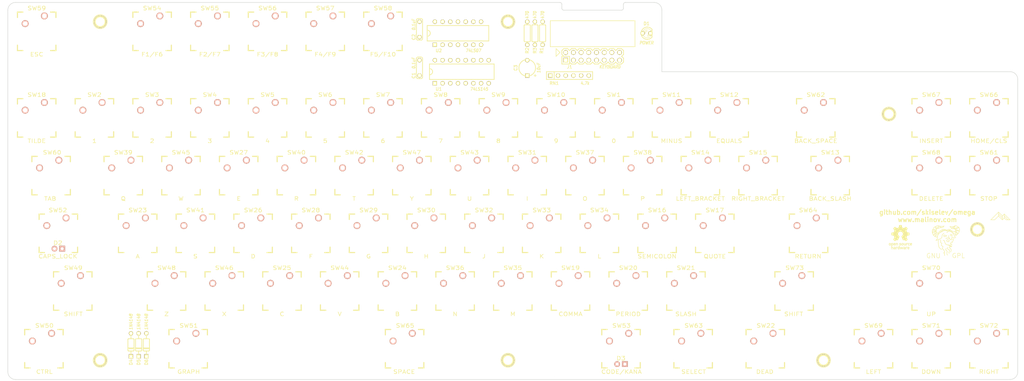
<source format=kicad_pcb>
(kicad_pcb (version 20211014) (generator pcbnew)
  (layers (0 "F.Cu" signal) (31 "B.Cu" signal) (34 "B.Paste" user) (35 "F.Paste" user) (36 "B.SilkS" user "B.Silkscreen") (37 "F.SilkS" user "F.Silkscreen") (38 "B.Mask" user) (39 "F.Mask" user) (44 "Edge.Cuts" user))
  (net 0 "")
  (net 1 "VCC")
  (net 2 "GND")
  (net 3 "/CAPS_LED")
  (net 4 "Net-(U1-Pad11)")
  (net 5 "/SHIFT")
  (net 6 "/ROW6")
  (net 7 "/GRAPH")
  (net 8 "/CODE")
  (net 9 "/COLUMN0")
  (net 10 "/COLUMN1")
  (net 11 "/ROW_A")
  (net 12 "/COLUMN2")
  (net 13 "/ROW_B")
  (net 14 "/COLUMN3")
  (net 15 "/ROW_C")
  (net 16 "/COLUMN4")
  (net 17 "/ROW_D")
  (net 18 "/COLUMN5")
  (net 19 "/COLUMN6")
  (net 20 "/COLUMN7")
  (net 21 "/ROW6_UNBUF")
  (net 22 "/ROW0")
  (net 23 "/ROW1")
  (net 24 "/ROW2")
  (net 25 "/ROW3")
  (net 26 "/ROW4")
  (net 27 "/ROW5")
  (net 28 "/ROW7")
  (net 29 "/ROW8")
  (net 30 "/COLUMN0_BUF")
  (net 31 "/COLUMN2_BUF")
  (net 32 "/COLUMN4_BUF")
  (net 33 "/CAPS_LED_BUFFERED")
  (net 34 "/D1+")
  (net 35 "/D2+")
  (net 36 "/KANA_LED_BUFFERED")
  (net 37 "/D3+")
  (net 38 "/KANA_LED")
  (net 39 "Net-(RN1-Pad6)")
  (footprint "Cherry_MX:CHERRY_PCB_100H" (layer "F.Cu") (at 212.217 50.292)
    (fp_text reference "SW1" (at 0 -7.62) (layer "F.SilkS") (effects (font (size 1.27 1.524) (thickness 0.2032))))
    (fp_text value "0" (at 0 7.62) (layer "F.SilkS") (effects (font (size 1.27 1.524) (thickness 0.2032))))
    (pad "" np_thru_hole circle locked (at -5.08 0) (size 1.7018 1.7018) (drill 1.7018) (layers *.Cu))
    (pad "" np_thru_hole circle locked (at 5.08 0) (size 1.7018 1.7018) (drill 1.7018) (layers *.Cu))
    (pad "" np_thru_hole circle locked (at 0 0) (size 3.9878 3.9878) (drill 3.9878) (layers *.Cu))
    (pad "1" thru_hole circle locked (at 2.54 -5.08) (size 2.286 2.286) (drill 1.4986) (layers *.Cu *.SilkS *.Mask) (net 22 "/ROW0"))
    (pad "2" thru_hole circle locked (at -3.81 -2.54) (size 2.286 2.286) (drill 1.4986) (layers *.Cu *.SilkS *.Mask) (net 9 "/COLUMN0"))
  )
  (footprint "Cherry_MX:CHERRY_PCB_100H" (layer "F.Cu") (at 40.767 50.292)
    (fp_text reference "SW2" (at 0 -7.62) (layer "F.SilkS") (effects (font (size 1.27 1.524) (thickness 0.2032))))
    (fp_text value "1" (at 0 7.62) (layer "F.SilkS") (effects (font (size 1.27 1.524) (thickness 0.2032))))
    (pad "" np_thru_hole circle locked (at 0 0) (size 3.9878 3.9878) (drill 3.9878) (layers *.Cu))
    (pad "" np_thru_hole circle locked (at -5.08 0) (size 1.7018 1.7018) (drill 1.7018) (layers *.Cu))
    (pad "" np_thru_hole circle locked (at 5.08 0) (size 1.7018 1.7018) (drill 1.7018) (layers *.Cu))
    (pad "1" thru_hole circle locked (at 2.54 -5.08) (size 2.286 2.286) (drill 1.4986) (layers *.Cu *.SilkS *.Mask) (net 22 "/ROW0"))
    (pad "2" thru_hole circle locked (at -3.81 -2.54) (size 2.286 2.286) (drill 1.4986) (layers *.Cu *.SilkS *.Mask) (net 10 "/COLUMN1"))
  )
  (footprint "Cherry_MX:CHERRY_PCB_100H" (layer "F.Cu") (at 59.817 50.292)
    (fp_text reference "SW3" (at 0 -7.62) (layer "F.SilkS") (effects (font (size 1.27 1.524) (thickness 0.2032))))
    (fp_text value "2" (at 0 7.62) (layer "F.SilkS") (effects (font (size 1.27 1.524) (thickness 0.2032))))
    (pad "" np_thru_hole circle locked (at -5.08 0) (size 1.7018 1.7018) (drill 1.7018) (layers *.Cu))
    (pad "" np_thru_hole circle locked (at 5.08 0) (size 1.7018 1.7018) (drill 1.7018) (layers *.Cu))
    (pad "" np_thru_hole circle locked (at 0 0) (size 3.9878 3.9878) (drill 3.9878) (layers *.Cu))
    (pad "1" thru_hole circle locked (at 2.54 -5.08) (size 2.286 2.286) (drill 1.4986) (layers *.Cu *.SilkS *.Mask) (net 22 "/ROW0"))
    (pad "2" thru_hole circle locked (at -3.81 -2.54) (size 2.286 2.286) (drill 1.4986) (layers *.Cu *.SilkS *.Mask) (net 12 "/COLUMN2"))
  )
  (footprint "Cherry_MX:CHERRY_PCB_100H" (layer "F.Cu") (at 78.867 50.292)
    (fp_text reference "SW4" (at 0 -7.62) (layer "F.SilkS") (effects (font (size 1.27 1.524) (thickness 0.2032))))
    (fp_text value "3" (at 0 7.62) (layer "F.SilkS") (effects (font (size 1.27 1.524) (thickness 0.2032))))
    (pad "" np_thru_hole circle locked (at 5.08 0) (size 1.7018 1.7018) (drill 1.7018) (layers *.Cu))
    (pad "" np_thru_hole circle locked (at -5.08 0) (size 1.7018 1.7018) (drill 1.7018) (layers *.Cu))
    (pad "" np_thru_hole circle locked (at 0 0) (size 3.9878 3.9878) (drill 3.9878) (layers *.Cu))
    (pad "1" thru_hole circle locked (at 2.54 -5.08) (size 2.286 2.286) (drill 1.4986) (layers *.Cu *.SilkS *.Mask) (net 22 "/ROW0"))
    (pad "2" thru_hole circle locked (at -3.81 -2.54) (size 2.286 2.286) (drill 1.4986) (layers *.Cu *.SilkS *.Mask) (net 14 "/COLUMN3"))
  )
  (footprint "Cherry_MX:CHERRY_PCB_100H" (layer "F.Cu") (at 97.917 50.292)
    (fp_text reference "SW5" (at 0 -7.62) (layer "F.SilkS") (effects (font (size 1.27 1.524) (thickness 0.2032))))
    (fp_text value "4" (at 0 7.62) (layer "F.SilkS") (effects (font (size 1.27 1.524) (thickness 0.2032))))
    (pad "" np_thru_hole circle locked (at 5.08 0) (size 1.7018 1.7018) (drill 1.7018) (layers *.Cu))
    (pad "" np_thru_hole circle locked (at -5.08 0) (size 1.7018 1.7018) (drill 1.7018) (layers *.Cu))
    (pad "" np_thru_hole circle locked (at 0 0) (size 3.9878 3.9878) (drill 3.9878) (layers *.Cu))
    (pad "1" thru_hole circle locked (at 2.54 -5.08) (size 2.286 2.286) (drill 1.4986) (layers *.Cu *.SilkS *.Mask) (net 22 "/ROW0"))
    (pad "2" thru_hole circle locked (at -3.81 -2.54) (size 2.286 2.286) (drill 1.4986) (layers *.Cu *.SilkS *.Mask) (net 16 "/COLUMN4"))
  )
  (footprint "Cherry_MX:CHERRY_PCB_100H" (layer "F.Cu") (at 116.967 50.292)
    (fp_text reference "SW6" (at 0 -7.62) (layer "F.SilkS") (effects (font (size 1.27 1.524) (thickness 0.2032))))
    (fp_text value "5" (at 0 7.62) (layer "F.SilkS") (effects (font (size 1.27 1.524) (thickness 0.2032))))
    (pad "" np_thru_hole circle locked (at 5.08 0) (size 1.7018 1.7018) (drill 1.7018) (layers *.Cu))
    (pad "" np_thru_hole circle locked (at 0 0) (size 3.9878 3.9878) (drill 3.9878) (layers *.Cu))
    (pad "" np_thru_hole circle locked (at -5.08 0) (size 1.7018 1.7018) (drill 1.7018) (layers *.Cu))
    (pad "1" thru_hole circle locked (at 2.54 -5.08) (size 2.286 2.286) (drill 1.4986) (layers *.Cu *.SilkS *.Mask) (net 22 "/ROW0"))
    (pad "2" thru_hole circle locked (at -3.81 -2.54) (size 2.286 2.286) (drill 1.4986) (layers *.Cu *.SilkS *.Mask) (net 18 "/COLUMN5"))
  )
  (footprint "Cherry_MX:CHERRY_PCB_100H" (layer "F.Cu") (at 136.017 50.292)
    (fp_text reference "SW7" (at 0 -7.62) (layer "F.SilkS") (effects (font (size 1.27 1.524) (thickness 0.2032))))
    (fp_text value "6" (at 0 7.62) (layer "F.SilkS") (effects (font (size 1.27 1.524) (thickness 0.2032))))
    (pad "" np_thru_hole circle locked (at -5.08 0) (size 1.7018 1.7018) (drill 1.7018) (layers *.Cu))
    (pad "" np_thru_hole circle locked (at 5.08 0) (size 1.7018 1.7018) (drill 1.7018) (layers *.Cu))
    (pad "" np_thru_hole circle locked (at 0 0) (size 3.9878 3.9878) (drill 3.9878) (layers *.Cu))
    (pad "1" thru_hole circle locked (at 2.54 -5.08) (size 2.286 2.286) (drill 1.4986) (layers *.Cu *.SilkS *.Mask) (net 22 "/ROW0"))
    (pad "2" thru_hole circle locked (at -3.81 -2.54) (size 2.286 2.286) (drill 1.4986) (layers *.Cu *.SilkS *.Mask) (net 19 "/COLUMN6"))
  )
  (footprint "Cherry_MX:CHERRY_PCB_100H" (layer "F.Cu") (at 155.067 50.292)
    (fp_text reference "SW8" (at 0 -7.62) (layer "F.SilkS") (effects (font (size 1.27 1.524) (thickness 0.2032))))
    (fp_text value "7" (at 0 7.62) (layer "F.SilkS") (effects (font (size 1.27 1.524) (thickness 0.2032))))
    (pad "" np_thru_hole circle locked (at -5.08 0) (size 1.7018 1.7018) (drill 1.7018) (layers *.Cu))
    (pad "" np_thru_hole circle locked (at 5.08 0) (size 1.7018 1.7018) (drill 1.7018) (layers *.Cu))
    (pad "" np_thru_hole circle locked (at 0 0) (size 3.9878 3.9878) (drill 3.9878) (layers *.Cu))
    (pad "1" thru_hole circle locked (at 2.54 -5.08) (size 2.286 2.286) (drill 1.4986) (layers *.Cu *.SilkS *.Mask) (net 22 "/ROW0"))
    (pad "2" thru_hole circle locked (at -3.81 -2.54) (size 2.286 2.286) (drill 1.4986) (layers *.Cu *.SilkS *.Mask) (net 20 "/COLUMN7"))
  )
  (footprint "Cherry_MX:CHERRY_PCB_100H" (layer "F.Cu") (at 174.117 50.292)
    (fp_text reference "SW9" (at 0 -7.62) (layer "F.SilkS") (effects (font (size 1.27 1.524) (thickness 0.2032))))
    (fp_text value "8" (at 0 7.62) (layer "F.SilkS") (effects (font (size 1.27 1.524) (thickness 0.2032))))
    (pad "" np_thru_hole circle locked (at 0 0) (size 3.9878 3.9878) (drill 3.9878) (layers *.Cu))
    (pad "" np_thru_hole circle locked (at 5.08 0) (size 1.7018 1.7018) (drill 1.7018) (layers *.Cu))
    (pad "" np_thru_hole circle locked (at -5.08 0) (size 1.7018 1.7018) (drill 1.7018) (layers *.Cu))
    (pad "1" thru_hole circle locked (at 2.54 -5.08) (size 2.286 2.286) (drill 1.4986) (layers *.Cu *.SilkS *.Mask) (net 23 "/ROW1"))
    (pad "2" thru_hole circle locked (at -3.81 -2.54) (size 2.286 2.286) (drill 1.4986) (layers *.Cu *.SilkS *.Mask) (net 9 "/COLUMN0"))
  )
  (footprint "Cherry_MX:CHERRY_PCB_100H" (layer "F.Cu") (at 193.167 50.292)
    (fp_text reference "SW10" (at 0 -7.62) (layer "F.SilkS") (effects (font (size 1.27 1.524) (thickness 0.2032))))
    (fp_text value "9" (at 0 7.62) (layer "F.SilkS") (effects (font (size 1.27 1.524) (thickness 0.2032))))
    (pad "" np_thru_hole circle locked (at -5.08 0) (size 1.7018 1.7018) (drill 1.7018) (layers *.Cu))
    (pad "" np_thru_hole circle locked (at 0 0) (size 3.9878 3.9878) (drill 3.9878) (layers *.Cu))
    (pad "" np_thru_hole circle locked (at 5.08 0) (size 1.7018 1.7018) (drill 1.7018) (layers *.Cu))
    (pad "1" thru_hole circle locked (at 2.54 -5.08) (size 2.286 2.286) (drill 1.4986) (layers *.Cu *.SilkS *.Mask) (net 23 "/ROW1"))
    (pad "2" thru_hole circle locked (at -3.81 -2.54) (size 2.286 2.286) (drill 1.4986) (layers *.Cu *.SilkS *.Mask) (net 10 "/COLUMN1"))
  )
  (footprint "Cherry_MX:CHERRY_PCB_100H" (layer "F.Cu") (at 231.267 50.292)
    (fp_text reference "SW11" (at 0 -7.62) (layer "F.SilkS") (effects (font (size 1.27 1.524) (thickness 0.2032))))
    (fp_text value "MINUS" (at 0 7.62) (layer "F.SilkS") (effects (font (size 1.27 1.524) (thickness 0.2032))))
    (pad "" np_thru_hole circle locked (at 0 0) (size 3.9878 3.9878) (drill 3.9878) (layers *.Cu))
    (pad "" np_thru_hole circle locked (at -5.08 0) (size 1.7018 1.7018) (drill 1.7018) (layers *.Cu))
    (pad "" np_thru_hole circle locked (at 5.08 0) (size 1.7018 1.7018) (drill 1.7018) (layers *.Cu))
    (pad "1" thru_hole circle locked (at 2.54 -5.08) (size 2.286 2.286) (drill 1.4986) (layers *.Cu *.SilkS *.Mask) (net 23 "/ROW1"))
    (pad "2" thru_hole circle locked (at -3.81 -2.54) (size 2.286 2.286) (drill 1.4986) (layers *.Cu *.SilkS *.Mask) (net 12 "/COLUMN2"))
  )
  (footprint "Cherry_MX:CHERRY_PCB_100H" (layer "F.Cu") (at 250.317 50.292)
    (fp_text reference "SW12" (at 0 -7.62) (layer "F.SilkS") (effects (font (size 1.27 1.524) (thickness 0.2032))))
    (fp_text value "EQUALS" (at 0 7.62) (layer "F.SilkS") (effects (font (size 1.27 1.524) (thickness 0.2032))))
    (pad "" np_thru_hole circle locked (at 0 0) (size 3.9878 3.9878) (drill 3.9878) (layers *.Cu))
    (pad "" np_thru_hole circle locked (at -5.08 0) (size 1.7018 1.7018) (drill 1.7018) (layers *.Cu))
    (pad "" np_thru_hole circle locked (at 5.08 0) (size 1.7018 1.7018) (drill 1.7018) (layers *.Cu))
    (pad "1" thru_hole circle locked (at 2.54 -5.08) (size 2.286 2.286) (drill 1.4986) (layers *.Cu *.SilkS *.Mask) (net 23 "/ROW1"))
    (pad "2" thru_hole circle locked (at -3.81 -2.54) (size 2.286 2.286) (drill 1.4986) (layers *.Cu *.SilkS *.Mask) (net 14 "/COLUMN3"))
  )
  (footprint "Cherry_MX:CHERRY_PCB_150H" (layer "F.Cu") (at 283.6545 69.342)
    (fp_text reference "SW13" (at 0 -7.62) (layer "F.SilkS") (effects (font (size 1.27 1.524) (thickness 0.2032))))
    (fp_text value "BACK_SLASH" (at 0 7.62) (layer "F.SilkS") (effects (font (size 1.27 1.524) (thickness 0.2032))))
    (pad "" np_thru_hole circle locked (at 0 0) (size 3.9878 3.9878) (drill 3.9878) (layers *.Cu))
    (pad "" np_thru_hole circle locked (at 5.08 0) (size 1.7018 1.7018) (drill 1.7018) (layers *.Cu))
    (pad "" np_thru_hole circle locked (at -5.08 0) (size 1.7018 1.7018) (drill 1.7018) (layers *.Cu))
    (pad "1" thru_hole circle locked (at 2.54 -5.08) (size 2.286 2.286) (drill 1.4986) (layers *.Cu *.SilkS *.Mask) (net 23 "/ROW1"))
    (pad "2" thru_hole circle locked (at -3.81 -2.54) (size 2.286 2.286) (drill 1.4986) (layers *.Cu *.SilkS *.Mask) (net 16 "/COLUMN4"))
  )
  (footprint "Cherry_MX:CHERRY_PCB_100H" (layer "F.Cu") (at 240.792 69.342)
    (fp_text reference "SW14" (at 0 -7.62) (layer "F.SilkS") (effects (font (size 1.27 1.524) (thickness 0.2032))))
    (fp_text value "LEFT_BRACKET" (at 0 7.62) (layer "F.SilkS") (effects (font (size 1.27 1.524) (thickness 0.2032))))
    (pad "" np_thru_hole circle locked (at -5.08 0) (size 1.7018 1.7018) (drill 1.7018) (layers *.Cu))
    (pad "" np_thru_hole circle locked (at 5.08 0) (size 1.7018 1.7018) (drill 1.7018) (layers *.Cu))
    (pad "" np_thru_hole circle locked (at 0 0) (size 3.9878 3.9878) (drill 3.9878) (layers *.Cu))
    (pad "1" thru_hole circle locked (at 2.54 -5.08) (size 2.286 2.286) (drill 1.4986) (layers *.Cu *.SilkS *.Mask) (net 23 "/ROW1"))
    (pad "2" thru_hole circle locked (at -3.81 -2.54) (size 2.286 2.286) (drill 1.4986) (layers *.Cu *.SilkS *.Mask) (net 18 "/COLUMN5"))
  )
  (footprint "Cherry_MX:CHERRY_PCB_100H" (layer "F.Cu") (at 259.842 69.342)
    (fp_text reference "SW15" (at 0 -7.62) (layer "F.SilkS") (effects (font (size 1.27 1.524) (thickness 0.2032))))
    (fp_text value "RIGHT_BRACKET" (at 0 7.62) (layer "F.SilkS") (effects (font (size 1.27 1.524) (thickness 0.2032))))
    (pad "" np_thru_hole circle locked (at 5.08 0) (size 1.7018 1.7018) (drill 1.7018) (layers *.Cu))
    (pad "" np_thru_hole circle locked (at -5.08 0) (size 1.7018 1.7018) (drill 1.7018) (layers *.Cu))
    (pad "" np_thru_hole circle locked (at 0 0) (size 3.9878 3.9878) (drill 3.9878) (layers *.Cu))
    (pad "1" thru_hole circle locked (at 2.54 -5.08) (size 2.286 2.286) (drill 1.4986) (layers *.Cu *.SilkS *.Mask) (net 23 "/ROW1"))
    (pad "2" thru_hole circle locked (at -3.81 -2.54) (size 2.286 2.286) (drill 1.4986) (layers *.Cu *.SilkS *.Mask) (net 19 "/COLUMN6"))
  )
  (footprint "Cherry_MX:CHERRY_PCB_100H" (layer "F.Cu") (at 226.5045 88.392)
    (fp_text reference "SW16" (at 0 -7.62) (layer "F.SilkS") (effects (font (size 1.27 1.524) (thickness 0.2032))))
    (fp_text value "SEMICOLON" (at 0 7.62) (layer "F.SilkS") (effects (font (size 1.27 1.524) (thickness 0.2032))))
    (pad "" np_thru_hole circle locked (at -5.08 0) (size 1.7018 1.7018) (drill 1.7018) (layers *.Cu))
    (pad "" np_thru_hole circle locked (at 5.08 0) (size 1.7018 1.7018) (drill 1.7018) (layers *.Cu))
    (pad "" np_thru_hole circle locked (at 0 0) (size 3.9878 3.9878) (drill 3.9878) (layers *.Cu))
    (pad "1" thru_hole circle locked (at 2.54 -5.08) (size 2.286 2.286) (drill 1.4986) (layers *.Cu *.SilkS *.Mask) (net 23 "/ROW1"))
    (pad "2" thru_hole circle locked (at -3.81 -2.54) (size 2.286 2.286) (drill 1.4986) (layers *.Cu *.SilkS *.Mask) (net 20 "/COLUMN7"))
  )
  (footprint "Cherry_MX:CHERRY_PCB_100H" (layer "F.Cu") (at 245.5545 88.392)
    (fp_text reference "SW17" (at 0 -7.62) (layer "F.SilkS") (effects (font (size 1.27 1.524) (thickness 0.2032))))
    (fp_text value "QUOTE" (at 0 7.62) (layer "F.SilkS") (effects (font (size 1.27 1.524) (thickness 0.2032))))
    (pad "" np_thru_hole circle locked (at 0 0) (size 3.9878 3.9878) (drill 3.9878) (layers *.Cu))
    (pad "" np_thru_hole circle locked (at -5.08 0) (size 1.7018 1.7018) (drill 1.7018) (layers *.Cu))
    (pad "" np_thru_hole circle locked (at 5.08 0) (size 1.7018 1.7018) (drill 1.7018) (layers *.Cu))
    (pad "1" thru_hole circle locked (at 2.54 -5.08) (size 2.286 2.286) (drill 1.4986) (layers *.Cu *.SilkS *.Mask) (net 24 "/ROW2"))
    (pad "2" thru_hole circle locked (at -3.81 -2.54) (size 2.286 2.286) (drill 1.4986) (layers *.Cu *.SilkS *.Mask) (net 9 "/COLUMN0"))
  )
  (footprint "Cherry_MX:CHERRY_PCB_100H" (layer "F.Cu") (at 21.717 50.292)
    (fp_text reference "SW18" (at 0 -7.62) (layer "F.SilkS") (effects (font (size 1.27 1.524) (thickness 0.2032))))
    (fp_text value "TILDE" (at 0 7.62) (layer "F.SilkS") (effects (font (size 1.27 1.524) (thickness 0.2032))))
    (pad "" np_thru_hole circle locked (at 5.08 0) (size 1.7018 1.7018) (drill 1.7018) (layers *.Cu))
    (pad "" np_thru_hole circle locked (at -5.08 0) (size 1.7018 1.7018) (drill 1.7018) (layers *.Cu))
    (pad "" np_thru_hole circle locked (at 0 0) (size 3.9878 3.9878) (drill 3.9878) (layers *.Cu))
    (pad "1" thru_hole circle locked (at 2.54 -5.08) (size 2.286 2.286) (drill 1.4986) (layers *.Cu *.SilkS *.Mask) (net 24 "/ROW2"))
    (pad "2" thru_hole circle locked (at -3.81 -2.54) (size 2.286 2.286) (drill 1.4986) (layers *.Cu *.SilkS *.Mask) (net 10 "/COLUMN1"))
  )
  (footprint "Cherry_MX:CHERRY_PCB_100H" (layer "F.Cu") (at 197.9295 107.442)
    (fp_text reference "SW19" (at 0 -7.62) (layer "F.SilkS") (effects (font (size 1.27 1.524) (thickness 0.2032))))
    (fp_text value "COMMA" (at 0 7.62) (layer "F.SilkS") (effects (font (size 1.27 1.524) (thickness 0.2032))))
    (pad "" np_thru_hole circle locked (at 5.08 0) (size 1.7018 1.7018) (drill 1.7018) (layers *.Cu))
    (pad "" np_thru_hole circle locked (at -5.08 0) (size 1.7018 1.7018) (drill 1.7018) (layers *.Cu))
    (pad "" np_thru_hole circle locked (at 0 0) (size 3.9878 3.9878) (drill 3.9878) (layers *.Cu))
    (pad "1" thru_hole circle locked (at 2.54 -5.08) (size 2.286 2.286) (drill 1.4986) (layers *.Cu *.SilkS *.Mask) (net 24 "/ROW2"))
    (pad "2" thru_hole circle locked (at -3.81 -2.54) (size 2.286 2.286) (drill 1.4986) (layers *.Cu *.SilkS *.Mask) (net 12 "/COLUMN2"))
  )
  (footprint "Cherry_MX:CHERRY_PCB_100H" (layer "F.Cu") (at 216.9795 107.442)
    (fp_text reference "SW20" (at 0 -7.62) (layer "F.SilkS") (effects (font (size 1.27 1.524) (thickness 0.2032))))
    (fp_text value "PERIOD" (at 0 7.62) (layer "F.SilkS") (effects (font (size 1.27 1.524) (thickness 0.2032))))
    (pad "" np_thru_hole circle locked (at 0 0) (size 3.9878 3.9878) (drill 3.9878) (layers *.Cu))
    (pad "" np_thru_hole circle locked (at 5.08 0) (size 1.7018 1.7018) (drill 1.7018) (layers *.Cu))
    (pad "" np_thru_hole circle locked (at -5.08 0) (size 1.7018 1.7018) (drill 1.7018) (layers *.Cu))
    (pad "1" thru_hole circle locked (at 2.54 -5.08) (size 2.286 2.286) (drill 1.4986) (layers *.Cu *.SilkS *.Mask) (net 24 "/ROW2"))
    (pad "2" thru_hole circle locked (at -3.81 -2.54) (size 2.286 2.286) (drill 1.4986) (layers *.Cu *.SilkS *.Mask) (net 14 "/COLUMN3"))
  )
  (footprint "Cherry_MX:CHERRY_PCB_100H" (layer "F.Cu") (at 236.0295 107.442)
    (fp_text reference "SW21" (at 0 -7.62) (layer "F.SilkS") (effects (font (size 1.27 1.524) (thickness 0.2032))))
    (fp_text value "SLASH" (at 0 7.62) (layer "F.SilkS") (effects (font (size 1.27 1.524) (thickness 0.2032))))
    (pad "" np_thru_hole circle locked (at 5.08 0) (size 1.7018 1.7018) (drill 1.7018) (layers *.Cu))
    (pad "" np_thru_hole circle locked (at -5.08 0) (size 1.7018 1.7018) (drill 1.7018) (layers *.Cu))
    (pad "" np_thru_hole circle locked (at 0 0) (size 3.9878 3.9878) (drill 3.9878) (layers *.Cu))
    (pad "1" thru_hole circle locked (at 2.54 -5.08) (size 2.286 2.286) (drill 1.4986) (layers *.Cu *.SilkS *.Mask) (net 24 "/ROW2"))
    (pad "2" thru_hole circle locked (at -3.81 -2.54) (size 2.286 2.286) (drill 1.4986) (layers *.Cu *.SilkS *.Mask) (net 16 "/COLUMN4"))
  )
  (footprint "Cherry_MX:CHERRY_PCB_125H" (layer "F.Cu") (at 262.22325 126.492)
    (fp_text reference "SW22" (at 0.15875 -7.62) (layer "F.SilkS") (effects (font (size 1.27 1.524) (thickness 0.2032))))
    (fp_text value "DEAD" (at -0.15875 7.62) (layer "F.SilkS") (effects (font (size 1.27 1.524) (thickness 0.2032))))
    (pad "" np_thru_hole circle locked (at -5.08 0) (size 1.7018 1.7018) (drill 1.7018) (layers *.Cu))
    (pad "" np_thru_hole circle locked (at 0 0) (size 3.9878 3.9878) (drill 3.9878) (layers *.Cu))
    (pad "" np_thru_hole circle locked (at 5.08 0) (size 1.7018 1.7018) (drill 1.7018) (layers *.Cu))
    (pad "1" thru_hole circle locked (at 2.54 -5.08) (size 2.286 2.286) (drill 1.4986) (layers *.Cu *.SilkS *.Mask) (net 24 "/ROW2"))
    (pad "2" thru_hole circle locked (at -3.81 -2.54) (size 2.286 2.286) (drill 1.4986) (layers *.Cu *.SilkS *.Mask) (net 18 "/COLUMN5"))
  )
  (footprint "Cherry_MX:CHERRY_PCB_100H" (layer "F.Cu") (at 55.0545 88.392)
    (fp_text reference "SW23" (at 0 -7.62) (layer "F.SilkS") (effects (font (size 1.27 1.524) (thickness 0.2032))))
    (fp_text value "A" (at 0 7.62) (layer "F.SilkS") (effects (font (size 1.27 1.524) (thickness 0.2032))))
    (pad "" np_thru_hole circle locked (at 5.08 0) (size 1.7018 1.7018) (drill 1.7018) (layers *.Cu))
    (pad "" np_thru_hole circle locked (at 0 0) (size 3.9878 3.9878) (drill 3.9878) (layers *.Cu))
    (pad "" np_thru_hole circle locked (at -5.08 0) (size 1.7018 1.7018) (drill 1.7018) (layers *.Cu))
    (pad "1" thru_hole circle locked (at 2.54 -5.08) (size 2.286 2.286) (drill 1.4986) (layers *.Cu *.SilkS *.Mask) (net 24 "/ROW2"))
    (pad "2" thru_hole circle locked (at -3.81 -2.54) (size 2.286 2.286) (drill 1.4986) (layers *.Cu *.SilkS *.Mask) (net 19 "/COLUMN6"))
  )
  (footprint "Cherry_MX:CHERRY_PCB_100H" (layer "F.Cu") (at 140.7795 107.442)
    (fp_text reference "SW24" (at 0 -7.62) (layer "F.SilkS") (effects (font (size 1.27 1.524) (thickness 0.2032))))
    (fp_text value "B" (at 0 7.62) (layer "F.SilkS") (effects (font (size 1.27 1.524) (thickness 0.2032))))
    (pad "" np_thru_hole circle locked (at -5.08 0) (size 1.7018 1.7018) (drill 1.7018) (layers *.Cu))
    (pad "" np_thru_hole circle locked (at 5.08 0) (size 1.7018 1.7018) (drill 1.7018) (layers *.Cu))
    (pad "" np_thru_hole circle locked (at 0 0) (size 3.9878 3.9878) (drill 3.9878) (layers *.Cu))
    (pad "1" thru_hole circle locked (at 2.54 -5.08) (size 2.286 2.286) (drill 1.4986) (layers *.Cu *.SilkS *.Mask) (net 24 "/ROW2"))
    (pad "2" thru_hole circle locked (at -3.81 -2.54) (size 2.286 2.286) (drill 1.4986) (layers *.Cu *.SilkS *.Mask) (net 20 "/COLUMN7"))
  )
  (footprint "Cherry_MX:CHERRY_PCB_100H" (layer "F.Cu") (at 102.6795 107.442)
    (fp_text reference "SW25" (at 0 -7.62) (layer "F.SilkS") (effects (font (size 1.27 1.524) (thickness 0.2032))))
    (fp_text value "C" (at 0 7.62) (layer "F.SilkS") (effects (font (size 1.27 1.524) (thickness 0.2032))))
    (pad "" np_thru_hole circle locked (at 0 0) (size 3.9878 3.9878) (drill 3.9878) (layers *.Cu))
    (pad "" np_thru_hole circle locked (at 5.08 0) (size 1.7018 1.7018) (drill 1.7018) (layers *.Cu))
    (pad "" np_thru_hole circle locked (at -5.08 0) (size 1.7018 1.7018) (drill 1.7018) (layers *.Cu))
    (pad "1" thru_hole circle locked (at 2.54 -5.08) (size 2.286 2.286) (drill 1.4986) (layers *.Cu *.SilkS *.Mask) (net 25 "/ROW3"))
    (pad "2" thru_hole circle locked (at -3.81 -2.54) (size 2.286 2.286) (drill 1.4986) (layers *.Cu *.SilkS *.Mask) (net 9 "/COLUMN0"))
  )
  (footprint "Cherry_MX:CHERRY_PCB_100H" (layer "F.Cu") (at 93.1545 88.392)
    (fp_text reference "SW26" (at 0 -7.62) (layer "F.SilkS") (effects (font (size 1.27 1.524) (thickness 0.2032))))
    (fp_text value "D" (at 0 7.62) (layer "F.SilkS") (effects (font (size 1.27 1.524) (thickness 0.2032))))
    (pad "" np_thru_hole circle locked (at 0 0) (size 3.9878 3.9878) (drill 3.9878) (layers *.Cu))
    (pad "" np_thru_hole circle locked (at 5.08 0) (size 1.7018 1.7018) (drill 1.7018) (layers *.Cu))
    (pad "" np_thru_hole circle locked (at -5.08 0) (size 1.7018 1.7018) (drill 1.7018) (layers *.Cu))
    (pad "1" thru_hole circle locked (at 2.54 -5.08) (size 2.286 2.286) (drill 1.4986) (layers *.Cu *.SilkS *.Mask) (net 25 "/ROW3"))
    (pad "2" thru_hole circle locked (at -3.81 -2.54) (size 2.286 2.286) (drill 1.4986) (layers *.Cu *.SilkS *.Mask) (net 10 "/COLUMN1"))
  )
  (footprint "Cherry_MX:CHERRY_PCB_100H" (layer "F.Cu") (at 88.392 69.342)
    (fp_text reference "SW27" (at 0 -7.62) (layer "F.SilkS") (effects (font (size 1.27 1.524) (thickness 0.2032))))
    (fp_text value "E" (at 0 7.62) (layer "F.SilkS") (effects (font (size 1.27 1.524) (thickness 0.2032))))
    (pad "" np_thru_hole circle locked (at 0 0) (size 3.9878 3.9878) (drill 3.9878) (layers *.Cu))
    (pad "" np_thru_hole circle locked (at 5.08 0) (size 1.7018 1.7018) (drill 1.7018) (layers *.Cu))
    (pad "" np_thru_hole circle locked (at -5.08 0) (size 1.7018 1.7018) (drill 1.7018) (layers *.Cu))
    (pad "1" thru_hole circle locked (at 2.54 -5.08) (size 2.286 2.286) (drill 1.4986) (layers *.Cu *.SilkS *.Mask) (net 25 "/ROW3"))
    (pad "2" thru_hole circle locked (at -3.81 -2.54) (size 2.286 2.286) (drill 1.4986) (layers *.Cu *.SilkS *.Mask) (net 12 "/COLUMN2"))
  )
  (footprint "Cherry_MX:CHERRY_PCB_100H" (layer "F.Cu") (at 112.2045 88.392)
    (fp_text reference "SW28" (at 0 -7.62) (layer "F.SilkS") (effects (font (size 1.27 1.524) (thickness 0.2032))))
    (fp_text value "F" (at 0 7.62) (layer "F.SilkS") (effects (font (size 1.27 1.524) (thickness 0.2032))))
    (pad "" np_thru_hole circle locked (at -5.08 0) (size 1.7018 1.7018) (drill 1.7018) (layers *.Cu))
    (pad "" np_thru_hole circle locked (at 5.08 0) (size 1.7018 1.7018) (drill 1.7018) (layers *.Cu))
    (pad "" np_thru_hole circle locked (at 0 0) (size 3.9878 3.9878) (drill 3.9878) (layers *.Cu))
    (pad "1" thru_hole circle locked (at 2.54 -5.08) (size 2.286 2.286) (drill 1.4986) (layers *.Cu *.SilkS *.Mask) (net 25 "/ROW3"))
    (pad "2" thru_hole circle locked (at -3.81 -2.54) (size 2.286 2.286) (drill 1.4986) (layers *.Cu *.SilkS *.Mask) (net 14 "/COLUMN3"))
  )
  (footprint "Cherry_MX:CHERRY_PCB_100H" (layer "F.Cu") (at 131.2545 88.392)
    (fp_text reference "SW29" (at 0 -7.62) (layer "F.SilkS") (effects (font (size 1.27 1.524) (thickness 0.2032))))
    (fp_text value "G" (at 0 7.62) (layer "F.SilkS") (effects (font (size 1.27 1.524) (thickness 0.2032))))
    (pad "" np_thru_hole circle locked (at 0 0) (size 3.9878 3.9878) (drill 3.9878) (layers *.Cu))
    (pad "" np_thru_hole circle locked (at -5.08 0) (size 1.7018 1.7018) (drill 1.7018) (layers *.Cu))
    (pad "" np_thru_hole circle locked (at 5.08 0) (size 1.7018 1.7018) (drill 1.7018) (layers *.Cu))
    (pad "1" thru_hole circle locked (at 2.54 -5.08) (size 2.286 2.286) (drill 1.4986) (layers *.Cu *.SilkS *.Mask) (net 25 "/ROW3"))
    (pad "2" thru_hole circle locked (at -3.81 -2.54) (size 2.286 2.286) (drill 1.4986) (layers *.Cu *.SilkS *.Mask) (net 16 "/COLUMN4"))
  )
  (footprint "Cherry_MX:CHERRY_PCB_100H" (layer "F.Cu") (at 150.3045 88.392)
    (fp_text reference "SW30" (at 0 -7.62) (layer "F.SilkS") (effects (font (size 1.27 1.524) (thickness 0.2032))))
    (fp_text value "H" (at 0 7.62) (layer "F.SilkS") (effects (font (size 1.27 1.524) (thickness 0.2032))))
    (pad "" np_thru_hole circle locked (at 0 0) (size 3.9878 3.9878) (drill 3.9878) (layers *.Cu))
    (pad "" np_thru_hole circle locked (at -5.08 0) (size 1.7018 1.7018) (drill 1.7018) (layers *.Cu))
    (pad "" np_thru_hole circle locked (at 5.08 0) (size 1.7018 1.7018) (drill 1.7018) (layers *.Cu))
    (pad "1" thru_hole circle locked (at 2.54 -5.08) (size 2.286 2.286) (drill 1.4986) (layers *.Cu *.SilkS *.Mask) (net 25 "/ROW3"))
    (pad "2" thru_hole circle locked (at -3.81 -2.54) (size 2.286 2.286) (drill 1.4986) (layers *.Cu *.SilkS *.Mask) (net 18 "/COLUMN5"))
  )
  (footprint "Cherry_MX:CHERRY_PCB_100H" (layer "F.Cu") (at 183.642 69.342)
    (fp_text reference "SW31" (at 0 -7.62) (layer "F.SilkS") (effects (font (size 1.27 1.524) (thickness 0.2032))))
    (fp_text value "I" (at 0 7.62) (layer "F.SilkS") (effects (font (size 1.27 1.524) (thickness 0.2032))))
    (pad "" np_thru_hole circle locked (at -5.08 0) (size 1.7018 1.7018) (drill 1.7018) (layers *.Cu))
    (pad "" np_thru_hole circle locked (at 5.08 0) (size 1.7018 1.7018) (drill 1.7018) (layers *.Cu))
    (pad "" np_thru_hole circle locked (at 0 0) (size 3.9878 3.9878) (drill 3.9878) (layers *.Cu))
    (pad "1" thru_hole circle locked (at 2.54 -5.08) (size 2.286 2.286) (drill 1.4986) (layers *.Cu *.SilkS *.Mask) (net 25 "/ROW3"))
    (pad "2" thru_hole circle locked (at -3.81 -2.54) (size 2.286 2.286) (drill 1.4986) (layers *.Cu *.SilkS *.Mask) (net 19 "/COLUMN6"))
  )
  (footprint "Cherry_MX:CHERRY_PCB_100H" (layer "F.Cu") (at 169.3545 88.392)
    (fp_text reference "SW32" (at 0 -7.62) (layer "F.SilkS") (effects (font (size 1.27 1.524) (thickness 0.2032))))
    (fp_text value "J" (at 0 7.62) (layer "F.SilkS") (effects (font (size 1.27 1.524) (thickness 0.2032))))
    (pad "" np_thru_hole circle locked (at -5.08 0) (size 1.7018 1.7018) (drill 1.7018) (layers *.Cu))
    (pad "" np_thru_hole circle locked (at 0 0) (size 3.9878 3.9878) (drill 3.9878) (layers *.Cu))
    (pad "" np_thru_hole circle locked (at 5.08 0) (size 1.7018 1.7018) (drill 1.7018) (layers *.Cu))
    (pad "1" thru_hole circle locked (at 2.54 -5.08) (size 2.286 2.286) (drill 1.4986) (layers *.Cu *.SilkS *.Mask) (net 25 "/ROW3"))
    (pad "2" thru_hole circle locked (at -3.81 -2.54) (size 2.286 2.286) (drill 1.4986) (layers *.Cu *.SilkS *.Mask) (net 20 "/COLUMN7"))
  )
  (footprint "Cherry_MX:CHERRY_PCB_100H" (layer "F.Cu") (at 188.4045 88.392)
    (fp_text reference "SW33" (at 0 -7.62) (layer "F.SilkS") (effects (font (size 1.27 1.524) (thickness 0.2032))))
    (fp_text value "K" (at 0 7.62) (layer "F.SilkS") (effects (font (size 1.27 1.524) (thickness 0.2032))))
    (pad "" np_thru_hole circle locked (at 5.08 0) (size 1.7018 1.7018) (drill 1.7018) (layers *.Cu))
    (pad "" np_thru_hole circle locked (at 0 0) (size 3.9878 3.9878) (drill 3.9878) (layers *.Cu))
    (pad "" np_thru_hole circle locked (at -5.08 0) (size 1.7018 1.7018) (drill 1.7018) (layers *.Cu))
    (pad "1" thru_hole circle locked (at 2.54 -5.08) (size 2.286 2.286) (drill 1.4986) (layers *.Cu *.SilkS *.Mask) (net 26 "/ROW4"))
    (pad "2" thru_hole circle locked (at -3.81 -2.54) (size 2.286 2.286) (drill 1.4986) (layers *.Cu *.SilkS *.Mask) (net 9 "/COLUMN0"))
  )
  (footprint "Cherry_MX:CHERRY_PCB_100H" (layer "F.Cu") (at 207.4545 88.392)
    (fp_text reference "SW34" (at 0 -7.62) (layer "F.SilkS") (effects (font (size 1.27 1.524) (thickness 0.2032))))
    (fp_text value "L" (at 0 7.62) (layer "F.SilkS") (effects (font (size 1.27 1.524) (thickness 0.2032))))
    (pad "" np_thru_hole circle locked (at -5.08 0) (size 1.7018 1.7018) (drill 1.7018) (layers *.Cu))
    (pad "" np_thru_hole circle locked (at 0 0) (size 3.9878 3.9878) (drill 3.9878) (layers *.Cu))
    (pad "" np_thru_hole circle locked (at 5.08 0) (size 1.7018 1.7018) (drill 1.7018) (layers *.Cu))
    (pad "1" thru_hole circle locked (at 2.54 -5.08) (size 2.286 2.286) (drill 1.4986) (layers *.Cu *.SilkS *.Mask) (net 26 "/ROW4"))
    (pad "2" thru_hole circle locked (at -3.81 -2.54) (size 2.286 2.286) (drill 1.4986) (layers *.Cu *.SilkS *.Mask) (net 10 "/COLUMN1"))
  )
  (footprint "Cherry_MX:CHERRY_PCB_100H" (layer "F.Cu") (at 178.8795 107.442)
    (fp_text reference "SW35" (at 0 -7.62) (layer "F.SilkS") (effects (font (size 1.27 1.524) (thickness 0.2032))))
    (fp_text value "M" (at 0 7.62) (layer "F.SilkS") (effects (font (size 1.27 1.524) (thickness 0.2032))))
    (pad "" np_thru_hole circle locked (at 0 0) (size 3.9878 3.9878) (drill 3.9878) (layers *.Cu))
    (pad "" np_thru_hole circle locked (at 5.08 0) (size 1.7018 1.7018) (drill 1.7018) (layers *.Cu))
    (pad "" np_thru_hole circle locked (at -5.08 0) (size 1.7018 1.7018) (drill 1.7018) (layers *.Cu))
    (pad "1" thru_hole circle locked (at 2.54 -5.08) (size 2.286 2.286) (drill 1.4986) (layers *.Cu *.SilkS *.Mask) (net 26 "/ROW4"))
    (pad "2" thru_hole circle locked (at -3.81 -2.54) (size 2.286 2.286) (drill 1.4986) (layers *.Cu *.SilkS *.Mask) (net 12 "/COLUMN2"))
  )
  (footprint "Cherry_MX:CHERRY_PCB_100H" (layer "F.Cu") (at 159.8295 107.442)
    (fp_text reference "SW36" (at 0 -7.62) (layer "F.SilkS") (effects (font (size 1.27 1.524) (thickness 0.2032))))
    (fp_text value "N" (at 0 7.62) (layer "F.SilkS") (effects (font (size 1.27 1.524) (thickness 0.2032))))
    (pad "" np_thru_hole circle locked (at 0 0) (size 3.9878 3.9878) (drill 3.9878) (layers *.Cu))
    (pad "" np_thru_hole circle locked (at 5.08 0) (size 1.7018 1.7018) (drill 1.7018) (layers *.Cu))
    (pad "" np_thru_hole circle locked (at -5.08 0) (size 1.7018 1.7018) (drill 1.7018) (layers *.Cu))
    (pad "1" thru_hole circle locked (at 2.54 -5.08) (size 2.286 2.286) (drill 1.4986) (layers *.Cu *.SilkS *.Mask) (net 26 "/ROW4"))
    (pad "2" thru_hole circle locked (at -3.81 -2.54) (size 2.286 2.286) (drill 1.4986) (layers *.Cu *.SilkS *.Mask) (net 14 "/COLUMN3"))
  )
  (footprint "Cherry_MX:CHERRY_PCB_100H" (layer "F.Cu") (at 202.692 69.342)
    (fp_text reference "SW37" (at 0 -7.62) (layer "F.SilkS") (effects (font (size 1.27 1.524) (thickness 0.2032))))
    (fp_text value "O" (at 0 7.62) (layer "F.SilkS") (effects (font (size 1.27 1.524) (thickness 0.2032))))
    (pad "" np_thru_hole circle locked (at 5.08 0) (size 1.7018 1.7018) (drill 1.7018) (layers *.Cu))
    (pad "" np_thru_hole circle locked (at 0 0) (size 3.9878 3.9878) (drill 3.9878) (layers *.Cu))
    (pad "" np_thru_hole circle locked (at -5.08 0) (size 1.7018 1.7018) (drill 1.7018) (layers *.Cu))
    (pad "1" thru_hole circle locked (at 2.54 -5.08) (size 2.286 2.286) (drill 1.4986) (layers *.Cu *.SilkS *.Mask) (net 26 "/ROW4"))
    (pad "2" thru_hole circle locked (at -3.81 -2.54) (size 2.286 2.286) (drill 1.4986) (layers *.Cu *.SilkS *.Mask) (net 16 "/COLUMN4"))
  )
  (footprint "Cherry_MX:CHERRY_PCB_100H" (layer "F.Cu") (at 221.742 69.342)
    (fp_text reference "SW38" (at 0 -7.62) (layer "F.SilkS") (effects (font (size 1.27 1.524) (thickness 0.2032))))
    (fp_text value "P" (at 0 7.62) (layer "F.SilkS") (effects (font (size 1.27 1.524) (thickness 0.2032))))
    (pad "" np_thru_hole circle locked (at -5.08 0) (size 1.7018 1.7018) (drill 1.7018) (layers *.Cu))
    (pad "" np_thru_hole circle locked (at 5.08 0) (size 1.7018 1.7018) (drill 1.7018) (layers *.Cu))
    (pad "" np_thru_hole circle locked (at 0 0) (size 3.9878 3.9878) (drill 3.9878) (layers *.Cu))
    (pad "1" thru_hole circle locked (at 2.54 -5.08) (size 2.286 2.286) (drill 1.4986) (layers *.Cu *.SilkS *.Mask) (net 26 "/ROW4"))
    (pad "2" thru_hole circle locked (at -3.81 -2.54) (size 2.286 2.286) (drill 1.4986) (layers *.Cu *.SilkS *.Mask) (net 18 "/COLUMN5"))
  )
  (footprint "Cherry_MX:CHERRY_PCB_100H" (layer "F.Cu") (at 50.292 69.342)
    (fp_text reference "SW39" (at 0 -7.62) (layer "F.SilkS") (effects (font (size 1.27 1.524) (thickness 0.2032))))
    (fp_text value "Q" (at 0 7.62) (layer "F.SilkS") (effects (font (size 1.27 1.524) (thickness 0.2032))))
    (pad "" np_thru_hole circle locked (at -5.08 0) (size 1.7018 1.7018) (drill 1.7018) (layers *.Cu))
    (pad "" np_thru_hole circle locked (at 0 0) (size 3.9878 3.9878) (drill 3.9878) (layers *.Cu))
    (pad "" np_thru_hole circle locked (at 5.08 0) (size 1.7018 1.7018) (drill 1.7018) (layers *.Cu))
    (pad "1" thru_hole circle locked (at 2.54 -5.08) (size 2.286 2.286) (drill 1.4986) (layers *.Cu *.SilkS *.Mask) (net 26 "/ROW4"))
    (pad "2" thru_hole circle locked (at -3.81 -2.54) (size 2.286 2.286) (drill 1.4986) (layers *.Cu *.SilkS *.Mask) (net 19 "/COLUMN6"))
  )
  (footprint "Cherry_MX:CHERRY_PCB_100H" (layer "F.Cu") (at 107.442 69.342)
    (fp_text reference "SW40" (at 0 -7.62) (layer "F.SilkS") (effects (font (size 1.27 1.524) (thickness 0.2032))))
    (fp_text value "R" (at 0 7.62) (layer "F.SilkS") (effects (font (size 1.27 1.524) (thickness 0.2032))))
    (pad "" np_thru_hole circle locked (at -5.08 0) (size 1.7018 1.7018) (drill 1.7018) (layers *.Cu))
    (pad "" np_thru_hole circle locked (at 5.08 0) (size 1.7018 1.7018) (drill 1.7018) (layers *.Cu))
    (pad "" np_thru_hole circle locked (at 0 0) (size 3.9878 3.9878) (drill 3.9878) (layers *.Cu))
    (pad "1" thru_hole circle locked (at 2.54 -5.08) (size 2.286 2.286) (drill 1.4986) (layers *.Cu *.SilkS *.Mask) (net 26 "/ROW4"))
    (pad "2" thru_hole circle locked (at -3.81 -2.54) (size 2.286 2.286) (drill 1.4986) (layers *.Cu *.SilkS *.Mask) (net 20 "/COLUMN7"))
  )
  (footprint "Cherry_MX:CHERRY_PCB_100H" (layer "F.Cu") (at 74.1045 88.392)
    (fp_text reference "SW41" (at 0 -7.62) (layer "F.SilkS") (effects (font (size 1.27 1.524) (thickness 0.2032))))
    (fp_text value "S" (at 0 7.62) (layer "F.SilkS") (effects (font (size 1.27 1.524) (thickness 0.2032))))
    (pad "" np_thru_hole circle locked (at 5.08 0) (size 1.7018 1.7018) (drill 1.7018) (layers *.Cu))
    (pad "" np_thru_hole circle locked (at 0 0) (size 3.9878 3.9878) (drill 3.9878) (layers *.Cu))
    (pad "" np_thru_hole circle locked (at -5.08 0) (size 1.7018 1.7018) (drill 1.7018) (layers *.Cu))
    (pad "1" thru_hole circle locked (at 2.54 -5.08) (size 2.286 2.286) (drill 1.4986) (layers *.Cu *.SilkS *.Mask) (net 27 "/ROW5"))
    (pad "2" thru_hole circle locked (at -3.81 -2.54) (size 2.286 2.286) (drill 1.4986) (layers *.Cu *.SilkS *.Mask) (net 9 "/COLUMN0"))
  )
  (footprint "Cherry_MX:CHERRY_PCB_100H" (layer "F.Cu") (at 126.492 69.342)
    (fp_text reference "SW42" (at 0 -7.62) (layer "F.SilkS") (effects (font (size 1.27 1.524) (thickness 0.2032))))
    (fp_text value "T" (at 0 7.62) (layer "F.SilkS") (effects (font (size 1.27 1.524) (thickness 0.2032))))
    (pad "" np_thru_hole circle locked (at 5.08 0) (size 1.7018 1.7018) (drill 1.7018) (layers *.Cu))
    (pad "" np_thru_hole circle locked (at -5.08 0) (size 1.7018 1.7018) (drill 1.7018) (layers *.Cu))
    (pad "" np_thru_hole circle locked (at 0 0) (size 3.9878 3.9878) (drill 3.9878) (layers *.Cu))
    (pad "1" thru_hole circle locked (at 2.54 -5.08) (size 2.286 2.286) (drill 1.4986) (layers *.Cu *.SilkS *.Mask) (net 27 "/ROW5"))
    (pad "2" thru_hole circle locked (at -3.81 -2.54) (size 2.286 2.286) (drill 1.4986) (layers *.Cu *.SilkS *.Mask) (net 10 "/COLUMN1"))
  )
  (footprint "Cherry_MX:CHERRY_PCB_100H" (layer "F.Cu") (at 164.592 69.342)
    (fp_text reference "SW43" (at 0 -7.62) (layer "F.SilkS") (effects (font (size 1.27 1.524) (thickness 0.2032))))
    (fp_text value "U" (at 0 7.62) (layer "F.SilkS") (effects (font (size 1.27 1.524) (thickness 0.2032))))
    (pad "" np_thru_hole circle locked (at -5.08 0) (size 1.7018 1.7018) (drill 1.7018) (layers *.Cu))
    (pad "" np_thru_hole circle locked (at 5.08 0) (size 1.7018 1.7018) (drill 1.7018) (layers *.Cu))
    (pad "" np_thru_hole circle locked (at 0 0) (size 3.9878 3.9878) (drill 3.9878) (layers *.Cu))
    (pad "1" thru_hole circle locked (at 2.54 -5.08) (size 2.286 2.286) (drill 1.4986) (layers *.Cu *.SilkS *.Mask) (net 27 "/ROW5"))
    (pad "2" thru_hole circle locked (at -3.81 -2.54) (size 2.286 2.286) (drill 1.4986) (layers *.Cu *.SilkS *.Mask) (net 12 "/COLUMN2"))
  )
  (footprint "Cherry_MX:CHERRY_PCB_100H" (layer "F.Cu") (at 121.7295 107.442)
    (fp_text reference "SW44" (at 0 -7.62) (layer "F.SilkS") (effects (font (size 1.27 1.524) (thickness 0.2032))))
    (fp_text value "V" (at 0 7.62) (layer "F.SilkS") (effects (font (size 1.27 1.524) (thickness 0.2032))))
    (pad "" np_thru_hole circle locked (at 0 0) (size 3.9878 3.9878) (drill 3.9878) (layers *.Cu))
    (pad "" np_thru_hole circle locked (at 5.08 0) (size 1.7018 1.7018) (drill 1.7018) (layers *.Cu))
    (pad "" np_thru_hole circle locked (at -5.08 0) (size 1.7018 1.7018) (drill 1.7018) (layers *.Cu))
    (pad "1" thru_hole circle locked (at 2.54 -5.08) (size 2.286 2.286) (drill 1.4986) (layers *.Cu *.SilkS *.Mask) (net 27 "/ROW5"))
    (pad "2" thru_hole circle locked (at -3.81 -2.54) (size 2.286 2.286) (drill 1.4986) (layers *.Cu *.SilkS *.Mask) (net 14 "/COLUMN3"))
  )
  (footprint "Cherry_MX:CHERRY_PCB_100H" (layer "F.Cu") (at 69.342 69.342)
    (fp_text reference "SW45" (at 0 -7.62) (layer "F.SilkS") (effects (font (size 1.27 1.524) (thickness 0.2032))))
    (fp_text value "W" (at 0 7.62) (layer "F.SilkS") (effects (font (size 1.27 1.524) (thickness 0.2032))))
    (pad "" np_thru_hole circle locked (at -5.08 0) (size 1.7018 1.7018) (drill 1.7018) (layers *.Cu))
    (pad "" np_thru_hole circle locked (at 5.08 0) (size 1.7018 1.7018) (drill 1.7018) (layers *.Cu))
    (pad "" np_thru_hole circle locked (at 0 0) (size 3.9878 3.9878) (drill 3.9878) (layers *.Cu))
    (pad "1" thru_hole circle locked (at 2.54 -5.08) (size 2.286 2.286) (drill 1.4986) (layers *.Cu *.SilkS *.Mask) (net 27 "/ROW5"))
    (pad "2" thru_hole circle locked (at -3.81 -2.54) (size 2.286 2.286) (drill 1.4986) (layers *.Cu *.SilkS *.Mask) (net 16 "/COLUMN4"))
  )
  (footprint "Cherry_MX:CHERRY_PCB_100H" (layer "F.Cu") (at 83.6295 107.442)
    (fp_text reference "SW46" (at 0 -7.62) (layer "F.SilkS") (effects (font (size 1.27 1.524) (thickness 0.2032))))
    (fp_text value "X" (at 0 7.62) (layer "F.SilkS") (effects (font (size 1.27 1.524) (thickness 0.2032))))
    (pad "" np_thru_hole circle locked (at -5.08 0) (size 1.7018 1.7018) (drill 1.7018) (layers *.Cu))
    (pad "" np_thru_hole circle locked (at 0 0) (size 3.9878 3.9878) (drill 3.9878) (layers *.Cu))
    (pad "" np_thru_hole circle locked (at 5.08 0) (size 1.7018 1.7018) (drill 1.7018) (layers *.Cu))
    (pad "1" thru_hole circle locked (at 2.54 -5.08) (size 2.286 2.286) (drill 1.4986) (layers *.Cu *.SilkS *.Mask) (net 27 "/ROW5"))
    (pad "2" thru_hole circle locked (at -3.81 -2.54) (size 2.286 2.286) (drill 1.4986) (layers *.Cu *.SilkS *.Mask) (net 18 "/COLUMN5"))
  )
  (footprint "Cherry_MX:CHERRY_PCB_100H" (layer "F.Cu") (at 145.542 69.342)
    (fp_text reference "SW47" (at 0 -7.62) (layer "F.SilkS") (effects (font (size 1.27 1.524) (thickness 0.2032))))
    (fp_text value "Y" (at 0 7.62) (layer "F.SilkS") (effects (font (size 1.27 1.524) (thickness 0.2032))))
    (pad "" np_thru_hole circle locked (at -5.08 0) (size 1.7018 1.7018) (drill 1.7018) (layers *.Cu))
    (pad "" np_thru_hole circle locked (at 5.08 0) (size 1.7018 1.7018) (drill 1.7018) (layers *.Cu))
    (pad "" np_thru_hole circle locked (at 0 0) (size 3.9878 3.9878) (drill 3.9878) (layers *.Cu))
    (pad "1" thru_hole circle locked (at 2.54 -5.08) (size 2.286 2.286) (drill 1.4986) (layers *.Cu *.SilkS *.Mask) (net 27 "/ROW5"))
    (pad "2" thru_hole circle locked (at -3.81 -2.54) (size 2.286 2.286) (drill 1.4986) (layers *.Cu *.SilkS *.Mask) (net 19 "/COLUMN6"))
  )
  (footprint "Cherry_MX:CHERRY_PCB_100H" (layer "F.Cu") (at 64.5795 107.442)
    (fp_text reference "SW48" (at 0 -7.62) (layer "F.SilkS") (effects (font (size 1.27 1.524) (thickness 0.2032))))
    (fp_text value "Z" (at 0 7.62) (layer "F.SilkS") (effects (font (size 1.27 1.524) (thickness 0.2032))))
    (pad "" np_thru_hole circle locked (at 5.08 0) (size 1.7018 1.7018) (drill 1.7018) (layers *.Cu))
    (pad "" np_thru_hole circle locked (at -5.08 0) (size 1.7018 1.7018) (drill 1.7018) (layers *.Cu))
    (pad "" np_thru_hole circle locked (at 0 0) (size 3.9878 3.9878) (drill 3.9878) (layers *.Cu))
    (pad "1" thru_hole circle locked (at 2.54 -5.08) (size 2.286 2.286) (drill 1.4986) (layers *.Cu *.SilkS *.Mask) (net 27 "/ROW5"))
    (pad "2" thru_hole circle locked (at -3.81 -2.54) (size 2.286 2.286) (drill 1.4986) (layers *.Cu *.SilkS *.Mask) (net 20 "/COLUMN7"))
  )
  (footprint "Cherry_MX:CHERRY_PCB_225H" (layer "F.Cu") (at 33.62325 107.442)
    (fp_text reference "SW49" (at 0.15875 -7.62) (layer "F.SilkS") (effects (font (size 1.27 1.524) (thickness 0.2032))))
    (fp_text value "SHIFT" (at 0.15875 7.62) (layer "F.SilkS") (effects (font (size 1.27 1.524) (thickness 0.2032))))
    (pad "" np_thru_hole circle locked (at -11.938 8.255) (size 3.9878 3.9878) (drill 3.9878) (layers *.Cu))
    (pad "" np_thru_hole circle locked (at -5.08 0) (size 1.7018 1.7018) (drill 1.7018) (layers *.Cu))
    (pad "" np_thru_hole circle locked (at -11.938 -6.985) (size 3.048 3.048) (drill 3.048) (layers *.Cu))
    (pad "" np_thru_hole circle locked (at 5.08 0) (size 1.7018 1.7018) (drill 1.7018) (layers *.Cu))
    (pad "" np_thru_hole circle locked (at 0 0) (size 3.9878 3.9878) (drill 3.9878) (layers *.Cu))
    (pad "" np_thru_hole circle locked (at 11.938 8.255) (size 3.9878 3.9878) (drill 3.9878) (layers *.Cu))
    (pad "" np_thru_hole circle locked (at 11.938 -6.985) (size 3.048 3.048) (drill 3.048) (layers *.Cu))
    (pad "1" thru_hole circle locked (at 2.54 -5.08) (size 2.286 2.286) (drill 1.4986) (layers *.Cu *.SilkS *.Mask) (net 5 "/SHIFT"))
    (pad "2" thru_hole circle locked (at -3.81 -2.54) (size 2.286 2.286) (drill 1.4986) (layers *.Cu *.SilkS *.Mask) (net 9 "/COLUMN0"))
  )
  (footprint "Cherry_MX:CHERRY_PCB_125H" (layer "F.Cu") (at 24.09825 126.492)
    (fp_text reference "SW50" (at 0.15875 -7.62) (layer "F.SilkS") (effects (font (size 1.27 1.524) (thickness 0.2032))))
    (fp_text value "CTRL" (at 0.15875 7.62) (layer "F.SilkS") (effects (font (size 1.27 1.524) (thickness 0.2032))))
    (pad "" np_thru_hole circle locked (at -5.08 0) (size 1.7018 1.7018) (drill 1.7018) (layers *.Cu))
    (pad "" np_thru_hole circle locked (at 5.08 0) (size 1.7018 1.7018) (drill 1.7018) (layers *.Cu))
    (pad "" np_thru_hole circle locked (at 0 0) (size 3.9878 3.9878) (drill 3.9878) (layers *.Cu))
    (pad "1" thru_hole circle locked (at 2.54 -5.08) (size 2.286 2.286) (drill 1.4986) (layers *.Cu *.SilkS *.Mask) (net 6 "/ROW6"))
    (pad "2" thru_hole circle locked (at -3.81 -2.54) (size 2.286 2.286) (drill 1.4986) (layers *.Cu *.SilkS *.Mask) (net 10 "/COLUMN1"))
  )
  (footprint "Cherry_MX:CHERRY_PCB_125H" (layer "F.Cu") (at 71.72325 126.492)
    (fp_text reference "SW51" (at 0.15875 -7.62) (layer "F.SilkS") (effects (font (size 1.27 1.524) (thickness 0.2032))))
    (fp_text value "GRAPH" (at 0.15875 7.62) (layer "F.SilkS") (effects (font (size 1.27 1.524) (thickness 0.2032))))
    (pad "" np_thru_hole circle locked (at 5.08 0) (size 1.7018 1.7018) (drill 1.7018) (layers *.Cu))
    (pad "" np_thru_hole circle locked (at 0 0) (size 3.9878 3.9878) (drill 3.9878) (layers *.Cu))
    (pad "" np_thru_hole circle locked (at -5.08 0) (size 1.7018 1.7018) (drill 1.7018) (layers *.Cu))
    (pad "1" thru_hole circle locked (at 2.54 -5.08) (size 2.286 2.286) (drill 1.4986) (layers *.Cu *.SilkS *.Mask) (net 7 "/GRAPH"))
    (pad "2" thru_hole circle locked (at -3.81 -2.54) (size 2.286 2.286) (drill 1.4986) (layers *.Cu *.SilkS *.Mask) (net 12 "/COLUMN2"))
  )
  (footprint "Cherry_MX:CHERRY_PCB_175H" (layer "F.Cu") (at 28.86075 88.392)
    (fp_text reference "SW52" (at -0.15875 -7.62) (layer "F.SilkS") (effects (font (size 1.27 1.524) (thickness 0.2032))))
    (fp_text value "CAPS_LOCK" (at -0.15875 7.62) (layer "F.SilkS") (effects (font (size 1.27 1.524) (thickness 0.2032))))
    (pad "" np_thru_hole circle locked (at 5.08 0) (size 1.7018 1.7018) (drill 1.7018) (layers *.Cu))
    (pad "" np_thru_hole circle locked (at -5.08 0) (size 1.7018 1.7018) (drill 1.7018) (layers *.Cu))
    (pad "" np_thru_hole circle locked (at 0 0) (size 3.9878 3.9878) (drill 3.9878) (layers *.Cu))
    (pad "1" thru_hole circle locked (at 2.54 -5.08) (size 2.286 2.286) (drill 1.4986) (layers *.Cu *.SilkS *.Mask) (net 6 "/ROW6"))
    (pad "2" thru_hole circle locked (at -3.81 -2.54) (size 2.286 2.286) (drill 1.4986) (layers *.Cu *.SilkS *.Mask) (net 14 "/COLUMN3"))
  )
  (footprint "Cherry_MX:CHERRY_PCB_125H" (layer "F.Cu") (at 214.59825 126.492)
    (fp_text reference "SW53" (at 0.15875 -7.62) (layer "F.SilkS") (effects (font (size 1.27 1.524) (thickness 0.2032))))
    (fp_text value "CODE/KANA" (at 0.15875 7.62) (layer "F.SilkS") (effects (font (size 1.27 1.524) (thickness 0.2032))))
    (pad "" np_thru_hole circle locked (at 0 0) (size 3.9878 3.9878) (drill 3.9878) (layers *.Cu))
    (pad "" np_thru_hole circle locked (at -5.08 0) (size 1.7018 1.7018) (drill 1.7018) (layers *.Cu))
    (pad "" np_thru_hole circle locked (at 5.08 0) (size 1.7018 1.7018) (drill 1.7018) (layers *.Cu))
    (pad "1" thru_hole circle locked (at 2.54 -5.08) (size 2.286 2.286) (drill 1.4986) (layers *.Cu *.SilkS *.Mask) (net 8 "/CODE"))
    (pad "2" thru_hole circle locked (at -3.81 -2.54) (size 2.286 2.286) (drill 1.4986) (layers *.Cu *.SilkS *.Mask) (net 16 "/COLUMN4"))
  )
  (footprint "Cherry_MX:CHERRY_PCB_100H" (layer "F.Cu") (at 59.817 21.717)
    (fp_text reference "SW54" (at 0 -7.62) (layer "F.SilkS") (effects (font (size 1.27 1.524) (thickness 0.2032))))
    (fp_text value "F1/F6" (at 0 7.62) (layer "F.SilkS") (effects (font (size 1.27 1.524) (thickness 0.2032))))
    (pad "" np_thru_hole circle locked (at -5.08 0) (size 1.7018 1.7018) (drill 1.7018) (layers *.Cu))
    (pad "" np_thru_hole circle locked (at 0 0) (size 3.9878 3.9878) (drill 3.9878) (layers *.Cu))
    (pad "" np_thru_hole circle locked (at 5.08 0) (size 1.7018 1.7018) (drill 1.7018) (layers *.Cu))
    (pad "1" thru_hole circle locked (at 2.54 -5.08) (size 2.286 2.286) (drill 1.4986) (layers *.Cu *.SilkS *.Mask) (net 6 "/ROW6"))
    (pad "2" thru_hole circle locked (at -3.81 -2.54) (size 2.286 2.286) (drill 1.4986) (layers *.Cu *.SilkS *.Mask) (net 18 "/COLUMN5"))
  )
  (footprint "Cherry_MX:CHERRY_PCB_100H" (layer "F.Cu") (at 78.867 21.717)
    (fp_text reference "SW55" (at 0 -7.62) (layer "F.SilkS") (effects (font (size 1.27 1.524) (thickness 0.2032))))
    (fp_text value "F2/F7" (at 0 7.62) (layer "F.SilkS") (effects (font (size 1.27 1.524) (thickness 0.2032))))
    (pad "" np_thru_hole circle locked (at -5.08 0) (size 1.7018 1.7018) (drill 1.7018) (layers *.Cu))
    (pad "" np_thru_hole circle locked (at 0 0) (size 3.9878 3.9878) (drill 3.9878) (layers *.Cu))
    (pad "" np_thru_hole circle locked (at 5.08 0) (size 1.7018 1.7018) (drill 1.7018) (layers *.Cu))
    (pad "1" thru_hole circle locked (at 2.54 -5.08) (size 2.286 2.286) (drill 1.4986) (layers *.Cu *.SilkS *.Mask) (net 6 "/ROW6"))
    (pad "2" thru_hole circle locked (at -3.81 -2.54) (size 2.286 2.286) (drill 1.4986) (layers *.Cu *.SilkS *.Mask) (net 19 "/COLUMN6"))
  )
  (footprint "Cherry_MX:CHERRY_PCB_100H" (layer "F.Cu") (at 97.917 21.717)
    (fp_text reference "SW56" (at 0 -7.62) (layer "F.SilkS") (effects (font (size 1.27 1.524) (thickness 0.2032))))
    (fp_text value "F3/F8" (at 0 7.62) (layer "F.SilkS") (effects (font (size 1.27 1.524) (thickness 0.2032))))
    (pad "" np_thru_hole circle locked (at 0 0) (size 3.9878 3.9878) (drill 3.9878) (layers *.Cu))
    (pad "" np_thru_hole circle locked (at 5.08 0) (size 1.7018 1.7018) (drill 1.7018) (layers *.Cu))
    (pad "" np_thru_hole circle locked (at -5.08 0) (size 1.7018 1.7018) (drill 1.7018) (layers *.Cu))
    (pad "1" thru_hole circle locked (at 2.54 -5.08) (size 2.286 2.286) (drill 1.4986) (layers *.Cu *.SilkS *.Mask) (net 6 "/ROW6"))
    (pad "2" thru_hole circle locked (at -3.81 -2.54) (size 2.286 2.286) (drill 1.4986) (layers *.Cu *.SilkS *.Mask) (net 20 "/COLUMN7"))
  )
  (footprint "Cherry_MX:CHERRY_PCB_100H" (layer "F.Cu") (at 116.967 21.717)
    (fp_text reference "SW57" (at 0 -7.62) (layer "F.SilkS") (effects (font (size 1.27 1.524) (thickness 0.2032))))
    (fp_text value "F4/F9" (at 0 7.62) (layer "F.SilkS") (effects (font (size 1.27 1.524) (thickness 0.2032))))
    (pad "" np_thru_hole circle locked (at -5.08 0) (size 1.7018 1.7018) (drill 1.7018) (layers *.Cu))
    (pad "" np_thru_hole circle locked (at 0 0) (size 3.9878 3.9878) (drill 3.9878) (layers *.Cu))
    (pad "" np_thru_hole circle locked (at 5.08 0) (size 1.7018 1.7018) (drill 1.7018) (layers *.Cu))
    (pad "1" thru_hole circle locked (at 2.54 -5.08) (size 2.286 2.286) (drill 1.4986) (layers *.Cu *.SilkS *.Mask) (net 28 "/ROW7"))
    (pad "2" thru_hole circle locked (at -3.81 -2.54) (size 2.286 2.286) (drill 1.4986) (layers *.Cu *.SilkS *.Mask) (net 9 "/COLUMN0"))
  )
  (footprint "Cherry_MX:CHERRY_PCB_100H" (layer "F.Cu") (at 136.017 21.717)
    (fp_text reference "SW58" (at 0 -7.62) (layer "F.SilkS") (effects (font (size 1.27 1.524) (thickness 0.2032))))
    (fp_text value "F5/F10" (at 0 7.62) (layer "F.SilkS") (effects (font (size 1.27 1.524) (thickness 0.2032))))
    (pad "" np_thru_hole circle locked (at 0 0) (size 3.9878 3.9878) (drill 3.9878) (layers *.Cu))
    (pad "" np_thru_hole circle locked (at -5.08 0) (size 1.7018 1.7018) (drill 1.7018) (layers *.Cu))
    (pad "" np_thru_hole circle locked (at 5.08 0) (size 1.7018 1.7018) (drill 1.7018) (layers *.Cu))
    (pad "1" thru_hole circle locked (at 2.54 -5.08) (size 2.286 2.286) (drill 1.4986) (layers *.Cu *.SilkS *.Mask) (net 28 "/ROW7"))
    (pad "2" thru_hole circle locked (at -3.81 -2.54) (size 2.286 2.286) (drill 1.4986) (layers *.Cu *.SilkS *.Mask) (net 10 "/COLUMN1"))
  )
  (footprint "Cherry_MX:CHERRY_PCB_100H" (layer "F.Cu") (at 21.717 21.717)
    (fp_text reference "SW59" (at 0 -7.62) (layer "F.SilkS") (effects (font (size 1.27 1.524) (thickness 0.2032))))
    (fp_text value "ESC" (at 0 7.62) (layer "F.SilkS") (effects (font (size 1.27 1.524) (thickness 0.2032))))
    (pad "" np_thru_hole circle locked (at 5.08 0) (size 1.7018 1.7018) (drill 1.7018) (layers *.Cu))
    (pad "" np_thru_hole circle locked (at -5.08 0) (size 1.7018 1.7018) (drill 1.7018) (layers *.Cu))
    (pad "" np_thru_hole circle locked (at 0 0) (size 3.9878 3.9878) (drill 3.9878) (layers *.Cu))
    (pad "1" thru_hole circle locked (at 2.54 -5.08) (size 2.286 2.286) (drill 1.4986) (layers *.Cu *.SilkS *.Mask) (net 28 "/ROW7"))
    (pad "2" thru_hole circle locked (at -3.81 -2.54) (size 2.286 2.286) (drill 1.4986) (layers *.Cu *.SilkS *.Mask) (net 12 "/COLUMN2"))
  )
  (footprint "Cherry_MX:CHERRY_PCB_150H" (layer "F.Cu") (at 26.4795 69.342)
    (fp_text reference "SW60" (at 0.3175 -7.62) (layer "F.SilkS") (effects (font (size 1.27 1.524) (thickness 0.2032))))
    (fp_text value "TAB" (at -0.3175 7.62) (layer "F.SilkS") (effects (font (size 1.27 1.524) (thickness 0.2032))))
    (pad "" np_thru_hole circle locked (at 5.08 0) (size 1.7018 1.7018) (drill 1.7018) (layers *.Cu))
    (pad "" np_thru_hole circle locked (at 0 0) (size 3.9878 3.9878) (drill 3.9878) (layers *.Cu))
    (pad "" np_thru_hole circle locked (at -5.08 0) (size 1.7018 1.7018) (drill 1.7018) (layers *.Cu))
    (pad "1" thru_hole circle locked (at 2.54 -5.08) (size 2.286 2.286) (drill 1.4986) (layers *.Cu *.SilkS *.Mask) (net 28 "/ROW7"))
    (pad "2" thru_hole circle locked (at -3.81 -2.54) (size 2.286 2.286) (drill 1.4986) (layers *.Cu *.SilkS *.Mask) (net 14 "/COLUMN3"))
  )
  (footprint "Cherry_MX:CHERRY_PCB_100H" (layer "F.Cu") (at 336.042 69.342)
    (fp_text reference "SW61" (at 0 -7.62) (layer "F.SilkS") (effects (font (size 1.27 1.524) (thickness 0.2032))))
    (fp_text value "STOP" (at 0 7.62) (layer "F.SilkS") (effects (font (size 1.27 1.524) (thickness 0.2032))))
    (pad "" np_thru_hole circle locked (at 5.08 0) (size 1.7018 1.7018) (drill 1.7018) (layers *.Cu))
    (pad "" np_thru_hole circle locked (at 0 0) (size 3.9878 3.9878) (drill 3.9878) (layers *.Cu))
    (pad "" np_thru_hole circle locked (at -5.08 0) (size 1.7018 1.7018) (drill 1.7018) (layers *.Cu))
    (pad "1" thru_hole circle locked (at 2.54 -5.08) (size 2.286 2.286) (drill 1.4986) (layers *.Cu *.SilkS *.Mask) (net 28 "/ROW7"))
    (pad "2" thru_hole circle locked (at -3.81 -2.54) (size 2.286 2.286) (drill 1.4986) (layers *.Cu *.SilkS *.Mask) (net 16 "/COLUMN4"))
  )
  (footprint "Cherry_MX:CHERRY_PCB_200H" (layer "F.Cu") (at 278.892 50.292)
    (fp_text reference "SW62" (at 0 -7.62) (layer "F.SilkS") (effects (font (size 1.27 1.524) (thickness 0.2032))))
    (fp_text value "BACK_SPACE" (at 0 7.62) (layer "F.SilkS") (effects (font (size 1.27 1.524) (thickness 0.2032))))
    (pad "" np_thru_hole circle locked (at -11.938 8.255) (size 3.9878 3.9878) (drill 3.9878) (layers *.Cu))
    (pad "" np_thru_hole circle locked (at -11.938 -6.985) (size 3.048 3.048) (drill 3.048) (layers *.Cu))
    (pad "" np_thru_hole circle locked (at 5.08 0) (size 1.7018 1.7018) (drill 1.7018) (layers *.Cu))
    (pad "" np_thru_hole circle locked (at 11.938 -6.985) (size 3.048 3.048) (drill 3.048) (layers *.Cu))
    (pad "" np_thru_hole circle locked (at -5.08 0) (size 1.7018 1.7018) (drill 1.7018) (layers *.Cu))
    (pad "" np_thru_hole circle locked (at 0 0) (size 3.9878 3.9878) (drill 3.9878) (layers *.Cu))
    (pad "" np_thru_hole circle locked (at 11.938 8.255) (size 3.9878 3.9878) (drill 3.9878) (layers *.Cu))
    (pad "1" thru_hole circle locked (at 2.54 -5.08) (size 2.286 2.286) (drill 1.4986) (layers *.Cu *.SilkS *.Mask) (net 28 "/ROW7"))
    (pad "2" thru_hole circle locked (at -3.81 -2.54) (size 2.286 2.286) (drill 1.4986) (layers *.Cu *.SilkS *.Mask) (net 18 "/COLUMN5"))
  )
  (footprint "Cherry_MX:CHERRY_PCB_225H" (layer "F.Cu") (at 276.51075 88.392)
    (fp_text reference "SW64" (at -0.15875 -7.62) (layer "F.SilkS") (effects (font (size 1.27 1.524) (thickness 0.2032))))
    (fp_text value "RETURN" (at -0.15875 7.62) (layer "F.SilkS") (effects (font (size 1.27 1.524) (thickness 0.2032))))
    (pad "" np_thru_hole circle locked (at -11.938 -6.985) (size 3.048 3.048) (drill 3.048) (layers *.Cu))
    (pad "" np_thru_hole circle locked (at 11.938 8.255) (size 3.9878 3.9878) (drill 3.9878) (layers *.Cu))
    (pad "" np_thru_hole circle locked (at -5.08 0) (size 1.7018 1.7018) (drill 1.7018) (layers *.Cu))
    (pad "" np_thru_hole circle locked (at 11.938 -6.985) (size 3.048 3.048) (drill 3.048) (layers *.Cu))
    (pad "" np_thru_hole circle locked (at 5.08 0) (size 1.7018 1.7018) (drill 1.7018) (layers *.Cu))
    (pad "" np_thru_hole circle locked (at -11.938 8.255) (size 3.9878 3.9878) (drill 3.9878) (layers *.Cu))
    (pad "" np_thru_hole circle locked (at 0 0) (size 3.9878 3.9878) (drill 3.9878) (layers *.Cu))
    (pad "1" thru_hole circle locked (at 2.54 -5.08) (size 2.286 2.286) (drill 1.4986) (layers *.Cu *.SilkS *.Mask) (net 28 "/ROW7"))
    (pad "2" thru_hole circle locked (at -3.81 -2.54) (size 2.286 2.286) (drill 1.4986) (layers *.Cu *.SilkS *.Mask) (net 20 "/COLUMN7"))
  )
  (footprint "Cherry_MX:CHERRY_PCB_625H" (layer "F.Cu") (at 143.16075 126.492)
    (fp_text reference "SW65" (at 0.15875 -7.62) (layer "F.SilkS") (effects (font (size 1.27 1.524) (thickness 0.2032))))
    (fp_text value "SPACE" (at -0.15875 7.62) (layer "F.SilkS") (effects (font (size 1.27 1.524) (thickness 0.2032))))
    (pad "" np_thru_hole circle locked (at 50.038 6.985) (size 3.048 3.048) (drill 3.048) (layers *.Cu))
    (pad "" np_thru_hole circle locked (at -50.038 -8.255) (size 3.9878 3.9878) (drill 3.9878) (layers *.Cu))
    (pad "" np_thru_hole circle locked (at -50.038 6.985) (size 3.048 3.048) (drill 3.048) (layers *.Cu))
    (pad "" np_thru_hole circle locked (at 50.038 -8.255) (size 3.9878 3.9878) (drill 3.9878) (layers *.Cu))
    (pad "" np_thru_hole circle locked (at 5.08 0) (size 1.7018 1.7018) (drill 1.7018) (layers *.Cu))
    (pad "" np_thru_hole circle locked (at 0 0) (size 3.9878 3.9878) (drill 3.9878) (layers *.Cu))
    (pad "" np_thru_hole circle locked (at -5.08 0) (size 1.7018 1.7018) (drill 1.7018) (layers *.Cu))
    (pad "1" thru_hole circle locked (at 2.54 -5.08) (size 2.286 2.286) (drill 1.4986) (layers *.Cu *.SilkS *.Mask) (net 29 "/ROW8"))
    (pad "2" thru_hole circle locked (at -3.81 -2.54) (size 2.286 2.286) (drill 1.4986) (layers *.Cu *.SilkS *.Mask) (net 9 "/COLUMN0"))
  )
  (footprint "Cherry_MX:CHERRY_PCB_100H" (layer "F.Cu") (at 336.042 50.292)
    (fp_text reference "SW66" (at 0 -7.62) (layer "F.SilkS") (effects (font (size 1.27 1.524) (thickness 0.2032))))
    (fp_text value "HOME/CLS" (at 0 7.62) (layer "F.SilkS") (effects (font (size 1.27 1.524) (thickness 0.2032))))
    (pad "" np_thru_hole circle locked (at 5.08 0) (size 1.7018 1.7018) (drill 1.7018) (layers *.Cu))
    (pad "" np_thru_hole circle locked (at 0 0) (size 3.9878 3.9878) (drill 3.9878) (layers *.Cu))
    (pad "" np_thru_hole circle locked (at -5.08 0) (size 1.7018 1.7018) (drill 1.7018) (layers *.Cu))
    (pad "1" thru_hole circle locked (at 2.54 -5.08) (size 2.286 2.286) (drill 1.4986) (layers *.Cu *.SilkS *.Mask) (net 29 "/ROW8"))
    (pad "2" thru_hole circle locked (at -3.81 -2.54) (size 2.286 2.286) (drill 1.4986) (layers *.Cu *.SilkS *.Mask) (net 10 "/COLUMN1"))
  )
  (footprint "Cherry_MX:CHERRY_PCB_100H" (layer "F.Cu") (at 316.992 50.292)
    (fp_text reference "SW67" (at 0 -7.62) (layer "F.SilkS") (effects (font (size 1.27 1.524) (thickness 0.2032))))
    (fp_text value "INSERT" (at 0 7.62) (layer "F.SilkS") (effects (font (size 1.27 1.524) (thickness 0.2032))))
    (pad "" np_thru_hole circle locked (at -5.08 0) (size 1.7018 1.7018) (drill 1.7018) (layers *.Cu))
    (pad "" np_thru_hole circle locked (at 5.08 0) (size 1.7018 1.7018) (drill 1.7018) (layers *.Cu))
    (pad "" np_thru_hole circle locked (at 0 0) (size 3.9878 3.9878) (drill 3.9878) (layers *.Cu))
    (pad "1" thru_hole circle locked (at 2.54 -5.08) (size 2.286 2.286) (drill 1.4986) (layers *.Cu *.SilkS *.Mask) (net 29 "/ROW8"))
    (pad "2" thru_hole circle locked (at -3.81 -2.54) (size 2.286 2.286) (drill 1.4986) (layers *.Cu *.SilkS *.Mask) (net 12 "/COLUMN2"))
  )
  (footprint "Cherry_MX:CHERRY_PCB_100H" (layer "F.Cu") (at 316.992 69.342)
    (fp_text reference "SW68" (at 0 -7.62) (layer "F.SilkS") (effects (font (size 1.27 1.524) (thickness 0.2032))))
    (fp_text value "DELETE" (at 0 7.62) (layer "F.SilkS") (effects (font (size 1.27 1.524) (thickness 0.2032))))
    (pad "" np_thru_hole circle locked (at 5.08 0) (size 1.7018 1.7018) (drill 1.7018) (layers *.Cu))
    (pad "" np_thru_hole circle locked (at -5.08 0) (size 1.7018 1.7018) (drill 1.7018) (layers *.Cu))
    (pad "" np_thru_hole circle locked (at 0 0) (size 3.9878 3.9878) (drill 3.9878) (layers *.Cu))
    (pad "1" thru_hole circle locked (at 2.54 -5.08) (size 2.286 2.286) (drill 1.4986) (layers *.Cu *.SilkS *.Mask) (net 29 "/ROW8"))
    (pad "2" thru_hole circle locked (at -3.81 -2.54) (size 2.286 2.286) (drill 1.4986) (layers *.Cu *.SilkS *.Mask) (net 14 "/COLUMN3"))
  )
  (footprint "Cherry_MX:CHERRY_PCB_100H" (layer "F.Cu") (at 297.942 126.492)
    (fp_text reference "SW69" (at 0 -7.62) (layer "F.SilkS") (effects (font (size 1.27 1.524) (thickness 0.2032))))
    (fp_text value "LEFT" (at 0 7.62) (layer "F.SilkS") (effects (font (size 1.27 1.524) (thickness 0.2032))))
    (pad "" np_thru_hole circle locked (at 5.08 0) (size 1.7018 1.7018) (drill 1.7018) (layers *.Cu))
    (pad "" np_thru_hole circle locked (at -5.08 0) (size 1.7018 1.7018) (drill 1.7018) (layers *.Cu))
    (pad "" np_thru_hole circle locked (at 0 0) (size 3.9878 3.9878) (drill 3.9878) (layers *.Cu))
    (pad "1" thru_hole circle locked (at 2.54 -5.08) (size 2.286 2.286) (drill 1.4986) (layers *.Cu *.SilkS *.Mask) (net 29 "/ROW8"))
    (pad "2" thru_hole circle locked (at -3.81 -2.54) (size 2.286 2.286) (drill 1.4986) (layers *.Cu *.SilkS *.Mask) (net 16 "/COLUMN4"))
  )
  (footprint "Cherry_MX:CHERRY_PCB_100H" (layer "F.Cu") (at 316.992 107.442)
    (fp_text reference "SW70" (at 0 -7.62) (layer "F.SilkS") (effects (font (size 1.27 1.524) (thickness 0.2032))))
    (fp_text value "UP" (at 0 7.62) (layer "F.SilkS") (effects (font (size 1.27 1.524) (thickness 0.2032))))
    (pad "" np_thru_hole circle locked (at 0 0) (size 3.9878 3.9878) (drill 3.9878) (layers *.Cu))
    (pad "" np_thru_hole circle locked (at 5.08 0) (size 1.7018 1.7018) (drill 1.7018) (layers *.Cu))
    (pad "" np_thru_hole circle locked (at -5.08 0) (size 1.7018 1.7018) (drill 1.7018) (layers *.Cu))
    (pad "1" thru_hole circle locked (at 2.54 -5.08) (size 2.286 2.286) (drill 1.4986) (layers *.Cu *.SilkS *.Mask) (net 29 "/ROW8"))
    (pad "2" thru_hole circle locked (at -3.81 -2.54) (size 2.286 2.286) (drill 1.4986) (layers *.Cu *.SilkS *.Mask) (net 18 "/COLUMN5"))
  )
  (footprint "Cherry_MX:CHERRY_PCB_100H" (layer "F.Cu") (at 316.992 126.492)
    (fp_text reference "SW71" (at 0 -7.62) (layer "F.SilkS") (effects (font (size 1.27 1.524) (thickness 0.2032))))
    (fp_text value "DOWN" (at 0 7.62) (layer "F.SilkS") (effects (font (size 1.27 1.524) (thickness 0.2032))))
    (pad "" np_thru_hole circle locked (at 0 0) (size 3.9878 3.9878) (drill 3.9878) (layers *.Cu))
    (pad "" np_thru_hole circle locked (at -5.08 0) (size 1.7018 1.7018) (drill 1.7018) (layers *.Cu))
    (pad "" np_thru_hole circle locked (at 5.08 0) (size 1.7018 1.7018) (drill 1.7018) (layers *.Cu))
    (pad "1" thru_hole circle locked (at 2.54 -5.08) (size 2.286 2.286) (drill 1.4986) (layers *.Cu *.SilkS *.Mask) (net 29 "/ROW8"))
    (pad "2" thru_hole circle locked (at -3.81 -2.54) (size 2.286 2.286) (drill 1.4986) (layers *.Cu *.SilkS *.Mask) (net 19 "/COLUMN6"))
  )
  (footprint "Cherry_MX:CHERRY_PCB_100H" (layer "F.Cu") (at 336.042 126.492)
    (fp_text reference "SW72" (at 0 -7.62) (layer "F.SilkS") (effects (font (size 1.27 1.524) (thickness 0.2032))))
    (fp_text value "RIGHT" (at 0 7.62) (layer "F.SilkS") (effects (font (size 1.27 1.524) (thickness 0.2032))))
    (pad "" np_thru_hole circle locked (at 0 0) (size 3.9878 3.9878) (drill 3.9878) (layers *.Cu))
    (pad "" np_thru_hole circle locked (at -5.08 0) (size 1.7018 1.7018) (drill 1.7018) (layers *.Cu))
    (pad "" np_thru_hole circle locked (at 5.08 0) (size 1.7018 1.7018) (drill 1.7018) (layers *.Cu))
    (pad "1" thru_hole circle locked (at 2.54 -5.08) (size 2.286 2.286) (drill 1.4986) (layers *.Cu *.SilkS *.Mask) (net 29 "/ROW8"))
    (pad "2" thru_hole circle locked (at -3.81 -2.54) (size 2.286 2.286) (drill 1.4986) (layers *.Cu *.SilkS *.Mask) (net 20 "/COLUMN7"))
  )
  (footprint "Cherry_MX:CHERRY_PCB_125H" (layer "F.Cu") (at 238.41075 126.492)
    (fp_text reference "SW63" (at 0.15875 -7.62) (layer "F.SilkS") (effects (font (size 1.27 1.524) (thickness 0.2032))))
    (fp_text value "SELECT" (at 0.15875 7.62) (layer "F.SilkS") (effects (font (size 1.27 1.524) (thickness 0.2032))))
    (pad "" np_thru_hole circle locked (at 5.08 0) (size 1.7018 1.7018) (drill 1.7018) (layers *.Cu))
    (pad "" np_thru_hole circle locked (at -5.08 0) (size 1.7018 1.7018) (drill 1.7018) (layers *.Cu))
    (pad "" np_thru_hole circle locked (at 0 0) (size 3.9878 3.9878) (drill 3.9878) (layers *.Cu))
    (pad "1" thru_hole circle locked (at 2.54 -5.08) (size 2.286 2.286) (drill 1.4986) (layers *.Cu *.SilkS *.Mask) (net 28 "/ROW7"))
    (pad "2" thru_hole circle locked (at -3.81 -2.54) (size 2.286 2.286) (drill 1.4986) (layers *.Cu *.SilkS *.Mask) (net 19 "/COLUMN6"))
  )
  (footprint "Cherry_MX:CHERRY_PCB_275H" (layer "F.Cu") (at 271.74825 107.442)
    (fp_text reference "SW73" (at 0.15875 -7.62) (layer "F.SilkS") (effects (font (size 1.27 1.524) (thickness 0.2032))))
    (fp_text value "SHIFT" (at -0.15875 7.62) (layer "F.SilkS") (effects (font (size 1.27 1.524) (thickness 0.2032))))
    (pad "" np_thru_hole circle locked (at -11.938 -6.985) (size 3.048 3.048) (drill 3.048) (layers *.Cu))
    (pad "" np_thru_hole circle locked (at 11.938 -6.985) (size 3.048 3.048) (drill 3.048) (layers *.Cu))
    (pad "" np_thru_hole circle locked (at 11.938 8.255) (size 3.9878 3.9878) (drill 3.9878) (layers *.Cu))
    (pad "" np_thru_hole circle locked (at -11.938 8.255) (size 3.9878 3.9878) (drill 3.9878) (layers *.Cu))
    (pad "" np_thru_hole circle locked (at -5.08 0) (size 1.7018 1.7018) (drill 1.7018) (layers *.Cu))
    (pad "" np_thru_hole circle locked (at 0 0) (size 3.9878 3.9878) (drill 3.9878) (layers *.Cu))
    (pad "" np_thru_hole circle locked (at 5.08 0) (size 1.7018 1.7018) (drill 1.7018) (layers *.Cu))
    (pad "1" thru_hole circle locked (at 2.54 -5.08) (size 2.286 2.286) (drill 1.4986) (layers *.Cu *.SilkS *.Mask) (net 5 "/SHIFT"))
    (pad "2" thru_hole circle locked (at -3.81 -2.54) (size 2.286 2.286) (drill 1.4986) (layers *.Cu *.SilkS *.Mask) (net 9 "/COLUMN0"))
  )
  (footprint "My_Components:Cap_Cer_508" (layer "F.Cu") (at 148.082 33.782 -90)
    (fp_text reference "C1" (at 2.54 1.905 -90) (layer "F.SilkS") (effects (font (size 1.016 1.016) (thickness 0.2032))))
    (fp_text value "0.1uF" (at -1.5875 1.905 -90) (layer "F.SilkS") (effects (font (size 1.016 0.9144) (thickness 0.2032) italic)))
    (pad "1" thru_hole circle locked (at -2.54 0 270) (size 1.397 1.397) (drill 0.8128) (layers *.Cu *.Mask "F.SilkS") (net 1 "VCC"))
    (pad "2" thru_hole circle locked (at 2.54 0 270) (size 1.397 1.397) (drill 0.8128) (layers *.Cu *.Mask "F.SilkS") (net 2 "GND"))
  )
  (footprint "My_Components:Cap_Cer_508" (layer "F.Cu") (at 148.082 21.082 -90)
    (fp_text reference "C2" (at 2.54 1.905 -90) (layer "F.SilkS") (effects (font (size 1.016 1.016) (thickness 0.2032))))
    (fp_text value "0.1uF" (at -1.5875 1.905 -90) (layer "F.SilkS") (effects (font (size 1.016 0.9144) (thickness 0.2032) italic)))
    (pad "1" thru_hole circle locked (at -2.54 0 270) (size 1.397 1.397) (drill 0.8128) (layers *.Cu *.Mask "F.SilkS") (net 1 "VCC"))
    (pad "2" thru_hole circle locked (at 2.54 0 270) (size 1.397 1.397) (drill 0.8128) (layers *.Cu *.Mask "F.SilkS") (net 2 "GND"))
  )
  (footprint "My_Components:Cap_Tant_508" (layer "F.Cu") (at 183.642 33.782 90)
    (fp_text reference "C3" (at 0 -3.81 90) (layer "F.SilkS") (effects (font (size 1.016 1.016) (thickness 0.2032))))
    (fp_text value "10uF" (at 0 3.81 90) (layer "F.SilkS") (effects (font (size 1.016 0.9144) (thickness 0.2032) italic)))
    (fp_text user "+" (at -2.54 2.54 90) (layer "F.SilkS") (effects (font (size 1.016 1.016) (thickness 0.2032))))
    (pad "1" thru_hole rect locked (at -2.54 0 90) (size 1.397 1.397) (drill 0.8128) (layers *.Cu *.Mask "F.SilkS") (net 1 "VCC"))
    (pad "2" thru_hole circle locked (at 2.54 0 90) (size 1.397 1.397) (drill 0.8128) (layers *.Cu *.Mask "F.SilkS") (net 2 "GND"))
  )
  (footprint "My_Components:LED_3mm" (layer "F.Cu") (at 223.012 22.352)
    (fp_text reference "D1" (at 0 -3.175) (layer "F.SilkS") (effects (font (size 1.016 1.016) (thickness 0.2032))))
    (fp_text value "POWER" (at 0 3.175) (layer "F.SilkS") (effects (font (size 1.016 0.9144) (thickness 0.2032) italic)))
    (pad "1" thru_hole circle locked (at 1.27 0) (size 1.397 1.397) (drill 0.8128) (layers *.Cu *.Mask "F.SilkS") (net 2 "GND"))
    (pad "2" thru_hole circle locked (at -1.27 0) (size 1.397 1.397) (drill 0.8128) (layers *.Cu *.Mask "F.SilkS") (net 34 "/D1+"))
  )
  (footprint "My_Components:Diode_762" (layer "F.Cu") (at 52.832 125.222 -90)
    (fp_text reference "D4" (at 5.715 0 -90) (layer "F.SilkS") (effects (font (size 1.016 1.016) (thickness 0.2032))))
    (fp_text value "1N4148" (at -7.62 0 -90) (layer "F.SilkS") (effects (font (size 1.016 0.9144) (thickness 0.2032) italic)))
    (pad "1" thru_hole rect locked (at 3.81 0 270) (size 1.397 1.397) (drill 0.8128) (layers *.Cu *.Mask "F.SilkS") (net 6 "/ROW6"))
    (pad "2" thru_hole circle locked (at -3.81 0 270) (size 1.397 1.397) (drill 0.8128) (layers *.Cu *.Mask "F.SilkS") (net 5 "/SHIFT"))
  )
  (footprint "My_Components:Diode_762" (layer "F.Cu") (at 55.372 125.222 -90)
    (fp_text reference "D5" (at 5.715 0 -90) (layer "F.SilkS") (effects (font (size 1.016 1.016) (thickness 0.2032))))
    (fp_text value "1N4148" (at -7.62 0 -90) (layer "F.SilkS") (effects (font (size 1.016 0.9144) (thickness 0.2032) italic)))
    (pad "1" thru_hole rect locked (at 3.81 0 270) (size 1.397 1.397) (drill 0.8128) (layers *.Cu *.Mask "F.SilkS") (net 6 "/ROW6"))
    (pad "2" thru_hole circle locked (at -3.81 0 270) (size 1.397 1.397) (drill 0.8128) (layers *.Cu *.Mask "F.SilkS") (net 7 "/GRAPH"))
  )
  (footprint "My_Components:Diode_762" (layer "F.Cu") (at 57.912 125.222 -90)
    (fp_text reference "D6" (at 5.715 0 -90) (layer "F.SilkS") (effects (font (size 1.016 1.016) (thickness 0.2032))))
    (fp_text value "1N4148" (at -7.62 0 -90) (layer "F.SilkS") (effects (font (size 1.016 0.9144) (thickness 0.2032) italic)))
    (pad "1" thru_hole rect locked (at 3.81 0 270) (size 1.397 1.397) (drill 0.8128) (layers *.Cu *.Mask "F.SilkS") (net 6 "/ROW6"))
    (pad "2" thru_hole circle locked (at -3.81 0 270) (size 1.397 1.397) (drill 0.8128) (layers *.Cu *.Mask "F.SilkS") (net 8 "/CODE"))
  )
  (footprint "My_Components:Hole_3mm" (layer "F.Cu") (at 42.672 18.542)
    (fp_text reference "HOLE1" hide)
    (fp_text value "HOLE" hide)
    (pad "1" thru_hole circle locked (at 0 0) (size 4.064 4.064) (drill 3.048) (layers *.Cu *.Mask "F.SilkS") (net 2 "GND"))
  )
  (footprint "My_Components:Hole_3mm" (layer "F.Cu") (at 177.292 18.542)
    (fp_text reference "HOLE2" hide)
    (fp_text value "HOLE" hide)
    (pad "1" thru_hole circle locked (at 0 0) (size 4.064 4.064) (drill 3.048) (layers *.Cu *.Mask "F.SilkS") (net 2 "GND"))
  )
  (footprint "My_Components:Hole_3mm" (layer "F.Cu") (at 303.022 49.022)
    (fp_text reference "HOLE3" hide)
    (fp_text value "HOLE" hide)
    (pad "1" thru_hole circle locked (at 0 0) (size 4.064 4.064) (drill 3.048) (layers *.Cu *.Mask "F.SilkS") (net 2 "GND"))
  )
  (footprint "My_Components:Hole_3mm" (layer "F.Cu") (at 42.672 130.302)
    (fp_text reference "HOLE4" hide)
    (fp_text value "HOLE" hide)
    (pad "1" thru_hole circle locked (at 0 0) (size 4.064 4.064) (drill 3.048) (layers *.Cu *.Mask "F.SilkS") (net 2 "GND"))
  )
  (footprint "My_Components:Hole_3mm" (layer "F.Cu") (at 177.292 130.302)
    (fp_text reference "HOLE5" hide)
    (fp_text value "HOLE" hide)
    (pad "1" thru_hole circle locked (at 0 0) (size 4.064 4.064) (drill 3.048) (layers *.Cu *.Mask "F.SilkS") (net 2 "GND"))
  )
  (footprint "My_Components:Hole_3mm" (layer "F.Cu") (at 281.432 130.302)
    (fp_text reference "HOLE6" hide)
    (fp_text value "HOLE" hide)
    (pad "1" thru_hole circle locked (at 0 0) (size 4.064 4.064) (drill 3.048) (layers *.Cu *.Mask "F.SilkS") (net 2 "GND"))
  )
  (footprint "My_Components:Conn_Pin_Header_8x2_2.54mm" (layer "F.Cu") (at 205.232 29.972)
    (fp_text reference "J1" (at -7.62 3.4925) (layer "F.SilkS") (effects (font (size 1.016 1.016) (thickness 0.2032))))
    (fp_text value "KEYBOARD" (at 5.715 3.4925) (layer "F.SilkS") (effects (font (size 1.016 0.9144) (thickness 0.2032) italic)))
    (pad "1" thru_hole rect locked (at -8.89 1.27) (size 1.524 1.524) (drill 1.016) (layers *.Cu *.Mask "F.SilkS") (net 30 "/COLUMN0_BUF"))
    (pad "2" thru_hole circle locked (at -8.89 -1.27) (size 1.524 1.524) (drill 1.016) (layers *.Cu *.Mask "F.SilkS") (net 1 "VCC"))
    (pad "3" thru_hole circle locked (at -6.35 1.27) (size 1.524 1.524) (drill 1.016) (layers *.Cu *.Mask "F.SilkS") (net 10 "/COLUMN1"))
    (pad "4" thru_hole circle locked (at -6.35 -1.27) (size 1.524 1.524) (drill 1.016) (layers *.Cu *.Mask "F.SilkS") (net 11 "/ROW_A"))
    (pad "5" thru_hole circle locked (at -3.81 1.27) (size 1.524 1.524) (drill 1.016) (layers *.Cu *.Mask "F.SilkS") (net 31 "/COLUMN2_BUF"))
    (pad "6" thru_hole circle locked (at -3.81 -1.27) (size 1.524 1.524) (drill 1.016) (layers *.Cu *.Mask "F.SilkS") (net 13 "/ROW_B"))
    (pad "7" thru_hole circle locked (at -1.27 1.27) (size 1.524 1.524) (drill 1.016) (layers *.Cu *.Mask "F.SilkS") (net 14 "/COLUMN3"))
    (pad "8" thru_hole circle locked (at -1.27 -1.27) (size 1.524 1.524) (drill 1.016) (layers *.Cu *.Mask "F.SilkS") (net 15 "/ROW_C"))
    (pad "9" thru_hole circle locked (at 1.27 1.27) (size 1.524 1.524) (drill 1.016) (layers *.Cu *.Mask "F.SilkS") (net 32 "/COLUMN4_BUF"))
    (pad "10" thru_hole circle locked (at 1.27 -1.27) (size 1.524 1.524) (drill 1.016) (layers *.Cu *.Mask "F.SilkS") (net 17 "/ROW_D"))
    (pad "11" thru_hole circle locked (at 3.81 1.27) (size 1.524 1.524) (drill 1.016) (layers *.Cu *.Mask "F.SilkS") (net 18 "/COLUMN5"))
    (pad "12" thru_hole circle locked (at 3.81 -1.27) (size 1.524 1.524) (drill 1.016) (layers *.Cu *.Mask "F.SilkS") (net 3 "/CAPS_LED"))
    (pad "13" thru_hole circle locked (at 6.35 1.27) (size 1.524 1.524) (drill 1.016) (layers *.Cu *.Mask "F.SilkS") (net 19 "/COLUMN6"))
    (pad "14" thru_hole circle locked (at 6.35 -1.27) (size 1.524 1.524) (drill 1.016) (layers *.Cu *.Mask "F.SilkS") (net 38 "/KANA_LED"))
    (pad "15" thru_hole circle locked (at 8.89 1.27) (size 1.524 1.524) (drill 1.016) (layers *.Cu *.Mask "F.SilkS") (net 20 "/COLUMN7"))
    (pad "16" thru_hole circle locked (at 8.89 -1.27) (size 1.524 1.524) (drill 1.016) (layers *.Cu *.Mask "F.SilkS") (net 2 "GND"))
  )
  (footprint "My_Components:Res_762" (layer "F.Cu") (at 188.722 22.352 90)
    (fp_text reference "R1" (at -5.715 -0.3175 90) (layer "F.SilkS") (effects (font (size 1.016 1.016) (thickness 0.2032))))
    (fp_text value "470" (at 6.0325 0 90) (layer "F.SilkS") (effects (font (size 1.016 0.9144) (thickness 0.2032) italic)))
    (pad "1" thru_hole circle locked (at -3.81 0 90) (size 1.397 1.397) (drill 0.8128) (layers *.Cu *.Mask "F.SilkS") (net 1 "VCC"))
    (pad "2" thru_hole circle locked (at 3.81 0 90) (size 1.397 1.397) (drill 0.8128) (layers *.Cu *.Mask "F.SilkS") (net 34 "/D1+"))
  )
  (footprint "My_Components:Res_762" (layer "F.Cu") (at 183.642 22.352 90)
    (fp_text reference "R2" (at -5.715 0 90) (layer "F.SilkS") (effects (font (size 1.016 1.016) (thickness 0.2032))))
    (fp_text value "470" (at 6.0325 0 90) (layer "F.SilkS") (effects (font (size 1.016 0.9144) (thickness 0.2032) italic)))
    (pad "1" thru_hole circle locked (at -3.81 0 90) (size 1.397 1.397) (drill 0.8128) (layers *.Cu *.Mask "F.SilkS") (net 1 "VCC"))
    (pad "2" thru_hole circle locked (at 3.81 0 90) (size 1.397 1.397) (drill 0.8128) (layers *.Cu *.Mask "F.SilkS") (net 35 "/D2+"))
  )
  (footprint "My_Components:IC_DIP16_300" (layer "F.Cu") (at 162.052 35.052)
    (fp_text reference "U1" (at -7.62 5.715) (layer "F.SilkS") (effects (font (size 1.016 1.016) (thickness 0.2032))))
    (fp_text value "74LS145" (at 5.715 5.715) (layer "F.SilkS") (effects (font (size 1.016 0.9144) (thickness 0.2032) italic)))
    (pad "1" thru_hole rect locked (at -8.89 3.81) (size 1.397 1.397) (drill 0.8128) (layers *.Cu *.Mask "F.SilkS") (net 22 "/ROW0"))
    (pad "2" thru_hole circle locked (at -6.35 3.81) (size 1.397 1.397) (drill 0.8128) (layers *.Cu *.Mask "F.SilkS") (net 23 "/ROW1"))
    (pad "3" thru_hole circle locked (at -3.81 3.81) (size 1.397 1.397) (drill 0.8128) (layers *.Cu *.Mask "F.SilkS") (net 24 "/ROW2"))
    (pad "4" thru_hole circle locked (at -1.27 3.81) (size 1.397 1.397) (drill 0.8128) (layers *.Cu *.Mask "F.SilkS") (net 25 "/ROW3"))
    (pad "5" thru_hole circle locked (at 1.27 3.81) (size 1.397 1.397) (drill 0.8128) (layers *.Cu *.Mask "F.SilkS") (net 26 "/ROW4"))
    (pad "6" thru_hole circle locked (at 3.81 3.81) (size 1.397 1.397) (drill 0.8128) (layers *.Cu *.Mask "F.SilkS") (net 27 "/ROW5"))
    (pad "7" thru_hole circle locked (at 6.35 3.81) (size 1.397 1.397) (drill 0.8128) (layers *.Cu *.Mask "F.SilkS") (net 21 "/ROW6_UNBUF"))
    (pad "8" thru_hole circle locked (at 8.89 3.81) (size 1.397 1.397) (drill 0.8128) (layers *.Cu *.Mask "F.SilkS") (net 2 "GND"))
    (pad "9" thru_hole circle locked (at 8.89 -3.81) (size 1.397 1.397) (drill 0.8128) (layers *.Cu *.Mask "F.SilkS") (net 28 "/ROW7"))
    (pad "10" thru_hole circle locked (at 6.35 -3.81) (size 1.397 1.397) (drill 0.8128) (layers *.Cu *.Mask "F.SilkS") (net 29 "/ROW8"))
    (pad "11" thru_hole circle locked (at 3.81 -3.81) (size 1.397 1.397) (drill 0.8128) (layers *.Cu *.Mask "F.SilkS") (net 4 "Net-(U1-Pad11)"))
    (pad "12" thru_hole circle locked (at 1.27 -3.81) (size 1.397 1.397) (drill 0.8128) (layers *.Cu *.Mask "F.SilkS") (net 17 "/ROW_D"))
    (pad "13" thru_hole circle locked (at -1.27 -3.81) (size 1.397 1.397) (drill 0.8128) (layers *.Cu *.Mask "F.SilkS") (net 15 "/ROW_C"))
    (pad "14" thru_hole circle locked (at -3.81 -3.81) (size 1.397 1.397) (drill 0.8128) (layers *.Cu *.Mask "F.SilkS") (net 13 "/ROW_B"))
    (pad "15" thru_hole circle locked (at -6.35 -3.81) (size 1.397 1.397) (drill 0.8128) (layers *.Cu *.Mask "F.SilkS") (net 11 "/ROW_A"))
    (pad "16" thru_hole circle locked (at -8.89 -3.81) (size 1.397 1.397) (drill 0.8128) (layers *.Cu *.Mask "F.SilkS") (net 1 "VCC"))
  )
  (footprint "My_Components:IC_DIP14_300" (layer "F.Cu") (at 160.782 22.352)
    (fp_text reference "U2" (at -6.35 5.715) (layer "F.SilkS") (effects (font (size 1.016 1.016) (thickness 0.2032))))
    (fp_text value "74LS07" (at 5.08 5.715) (layer "F.SilkS") (effects (font (size 1.016 0.9144) (thickness 0.2032) italic)))
    (pad "1" thru_hole rect locked (at -7.62 3.81) (size 1.397 1.397) (drill 0.8128) (layers *.Cu *.Mask "F.SilkS") (net 16 "/COLUMN4"))
    (pad "2" thru_hole circle locked (at -5.08 3.81) (size 1.397 1.397) (drill 0.8128) (layers *.Cu *.Mask "F.SilkS") (net 32 "/COLUMN4_BUF"))
    (pad "3" thru_hole circle locked (at -2.54 3.81) (size 1.397 1.397) (drill 0.8128) (layers *.Cu *.Mask "F.SilkS") (net 12 "/COLUMN2"))
    (pad "4" thru_hole circle locked (at 0 3.81) (size 1.397 1.397) (drill 0.8128) (layers *.Cu *.Mask "F.SilkS") (net 31 "/COLUMN2_BUF"))
    (pad "5" thru_hole circle locked (at 2.54 3.81) (size 1.397 1.397) (drill 0.8128) (layers *.Cu *.Mask "F.SilkS") (net 9 "/COLUMN0"))
    (pad "6" thru_hole circle locked (at 5.08 3.81) (size 1.397 1.397) (drill 0.8128) (layers *.Cu *.Mask "F.SilkS") (net 30 "/COLUMN0_BUF"))
    (pad "7" thru_hole circle locked (at 7.62 3.81) (size 1.397 1.397) (drill 0.8128) (layers *.Cu *.Mask "F.SilkS") (net 2 "GND"))
    (pad "8" thru_hole circle locked (at 7.62 -3.81) (size 1.397 1.397) (drill 0.8128) (layers *.Cu *.Mask "F.SilkS") (net 6 "/ROW6"))
    (pad "9" thru_hole circle locked (at 5.08 -3.81) (size 1.397 1.397) (drill 0.8128) (layers *.Cu *.Mask "F.SilkS") (net 21 "/ROW6_UNBUF"))
    (pad "10" thru_hole circle locked (at 2.54 -3.81) (size 1.397 1.397) (drill 0.8128) (layers *.Cu *.Mask "F.SilkS") (net 36 "/KANA_LED_BUFFERED"))
    (pad "11" thru_hole circle locked (at 0 -3.81) (size 1.397 1.397) (drill 0.8128) (layers *.Cu *.Mask "F.SilkS") (net 38 "/KANA_LED"))
    (pad "12" thru_hole circle locked (at -2.54 -3.81) (size 1.397 1.397) (drill 0.8128) (layers *.Cu *.Mask "F.SilkS") (net 33 "/CAPS_LED_BUFFERED"))
    (pad "13" thru_hole circle locked (at -5.08 -3.81) (size 1.397 1.397) (drill 0.8128) (layers *.Cu *.Mask "F.SilkS") (net 3 "/CAPS_LED"))
    (pad "14" thru_hole circle locked (at -7.62 -3.81) (size 1.397 1.397) (drill 0.8128) (layers *.Cu *.Mask "F.SilkS") (net 1 "VCC"))
  )
  (footprint "My_Components:Hole_3mm" (layer "F.Cu") (at 332.232 87.122)
    (fp_text reference "HOLE7" hide)
    (fp_text value "HOLE" hide)
    (pad "1" thru_hole circle locked (at 0 0) (size 4.064 4.064) (drill 3.048) (layers *.Cu *.Mask "F.SilkS") (net 2 "GND"))
  )
  (footprint "Cherry_MX:CHERRY_MX_LED" (layer "F.Cu") (at 214.59825 126.492)
    (fp_text reference "D3" (at 0 3.175) (layer "F.SilkS") (effects (font (size 1.27 1.524) (thickness 0.2032))))
    (fp_text value "KANA" hide)
    (pad "1" thru_hole circle locked (at -1.27 5.08) (size 1.905 1.905) (drill 0.9906) (layers *.Cu *.SilkS *.Mask) (net 36 "/KANA_LED_BUFFERED"))
    (pad "2" thru_hole rect locked (at 1.27 5.08) (size 1.905 1.905) (drill 0.9906) (layers *.Cu *.SilkS *.Mask) (net 37 "/D3+"))
  )
  (footprint "My_Components:Res_762" (layer "F.Cu") (at 186.182 22.352 90)
    (fp_text reference "R3" (at -5.715 0 90) (layer "F.SilkS") (effects (font (size 1.016 1.016) (thickness 0.2032))))
    (fp_text value "470" (at 6.0325 0 90) (layer "F.SilkS") (effects (font (size 1.016 0.9144) (thickness 0.2032) italic)))
    (pad "1" thru_hole circle locked (at -3.81 0 90) (size 1.397 1.397) (drill 0.8128) (layers *.Cu *.Mask "F.SilkS") (net 1 "VCC"))
    (pad "2" thru_hole circle locked (at 3.81 0 90) (size 1.397 1.397) (drill 0.8128) (layers *.Cu *.Mask "F.SilkS") (net 37 "/D3+"))
  )
  (footprint "Cherry_MX:CHERRY_MX_LED" (layer "F.Cu") (at 28.86075 88.392)
    (fp_text reference "D2" (at -0.15875 3.175) (layer "F.SilkS") (effects (font (size 1.27 1.524) (thickness 0.2032))))
    (fp_text value "CAPS" hide)
    (pad "1" thru_hole circle locked (at -1.27 5.08) (size 1.905 1.905) (drill 0.9906) (layers *.Cu *.SilkS *.Mask) (net 33 "/CAPS_LED_BUFFERED"))
    (pad "2" thru_hole rect locked (at 1.27 5.08) (size 1.905 1.905) (drill 0.9906) (layers *.Cu *.SilkS *.Mask) (net 35 "/D2+"))
  )
  (footprint "My_Components:Conn_SIL6" (layer "F.Cu") (at 197.612 36.322)
    (fp_text reference "RN1" (at -5.08 2.54) (layer "F.SilkS") (effects (font (size 1.016 1.016) (thickness 0.2032))))
    (fp_text value "4.7k" (at 5.08 2.54) (layer "F.SilkS") (effects (font (size 1.016 0.9144) (thickness 0.2032) italic)))
    (pad "1" thru_hole rect locked (at -6.35 0) (size 1.397 1.397) (drill 0.8128) (layers *.Cu *.Mask "F.SilkS") (net 1 "VCC"))
    (pad "2" thru_hole circle locked (at -3.81 0) (size 1.397 1.397) (drill 0.8128) (layers *.Cu *.Mask "F.SilkS") (net 21 "/ROW6_UNBUF"))
    (pad "3" thru_hole circle locked (at -1.27 0) (size 1.397 1.397) (drill 0.8128) (layers *.Cu *.Mask "F.SilkS") (net 9 "/COLUMN0"))
    (pad "4" thru_hole circle locked (at 1.27 0) (size 1.397 1.397) (drill 0.8128) (layers *.Cu *.Mask "F.SilkS") (net 12 "/COLUMN2"))
    (pad "5" thru_hole circle locked (at 3.81 0) (size 1.397 1.397) (drill 0.8128) (layers *.Cu *.Mask "F.SilkS") (net 16 "/COLUMN4"))
    (pad "6" thru_hole circle locked (at 6.35 0) (size 1.397 1.397) (drill 0.8128) (layers *.Cu *.Mask "F.SilkS") (net 39 "Net-(RN1-Pad6)"))
  )
  (footprint "Symbol:OSHW-Logo_7.5x8mm_SilkScreen" (layer "F.Cu") (at 306.832 89.662)
    (fp_text reference "REF**" hide)
    (fp_text value "OSHW-Logo_7.5x8mm_SilkScreen" hide)
  )
  (footprint "Symbol:Symbol_GNU-Logo_SilkscreenTop" (layer "F.Cu") (at 322.072 89.662)
    (fp_text reference "REF**" hide)
    (fp_text value "Symbol_GNU-Logo_SilkscreenTop")
  )
  (gr_line (start 337.947 83.947) (end 336.677 83.947) (layer "F.SilkS") (width 0.15))
  (gr_line (start 339.217 81.407) (end 339.217 82.677) (layer "F.SilkS") (width 0.15))
  (gr_line (start 341.122 82.042) (end 341.122 83.312) (layer "F.SilkS") (width 0.15))
  (gr_line (start 340.487 82.677) (end 340.487 83.947) (layer "F.SilkS") (width 0.15))
  (gr_line (start 341.122 82.677) (end 342.392 83.947) (layer "F.SilkS") (width 0.15))
  (gr_line (start 336.677 83.947) (end 339.217 81.407) (layer "F.SilkS") (width 0.15))
  (gr_line (start 341.757 83.947) (end 341.122 83.312) (layer "F.SilkS") (width 0.15))
  (gr_line (start 193.167 27.432) (end 194.437 28.702) (layer "F.SilkS") (width 0.2))
  (gr_line (start 339.217 82.677) (end 337.947 83.947) (layer "F.SilkS") (width 0.15))
  (gr_line (start 340.487 83.947) (end 339.217 82.677) (layer "F.SilkS") (width 0.15))
  (gr_line (start 341.122 83.312) (end 340.487 83.947) (layer "F.SilkS") (width 0.15))
  (gr_line (start 191.262 26.797) (end 191.262 18.2245) (layer "F.SilkS") (width 0.2))
  (gr_line (start 219.202 18.2245) (end 219.202 26.797) (layer "F.SilkS") (width 0.2))
  (gr_line (start 343.027 83.947) (end 341.757 83.947) (layer "F.SilkS") (width 0.15))
  (gr_line (start 340.487 82.677) (end 341.122 82.042) (layer "F.SilkS") (width 0.15))
  (gr_line (start 191.262 26.797) (end 219.202 26.797) (layer "F.SilkS") (width 0.2))
  (gr_line (start 339.217 82.042) (end 340.487 83.312) (layer "F.SilkS") (width 0.15))
  (gr_line (start 339.217 81.407) (end 340.487 82.677) (layer "F.SilkS") (width 0.15))
  (gr_line (start 193.167 29.972) (end 193.167 27.432) (layer "F.SilkS") (width 0.2))
  (gr_line (start 341.122 82.042) (end 343.027 83.947) (layer "F.SilkS") (width 0.15))
  (gr_line (start 191.262 18.2245) (end 219.202 18.2245) (layer "F.SilkS") (width 0.2))
  (gr_line (start 194.437 28.702) (end 193.167 29.972) (layer "F.SilkS") (width 0.2))
  (gr_arc (start 195.707 14.732) (mid 195.257987 14.546013) (end 195.072 14.097) (layer "Edge.Cuts") (width 0.15))
  (gr_line (start 228.092 35.052) (end 343.027 35.052) (layer "Edge.Cuts") (width 0.15))
  (gr_line (start 345.567 37.592) (end 345.567 134.112) (layer "Edge.Cuts") (width 0.15))
  (gr_arc (start 215.392 12.827) (mid 215.577987 12.377987) (end 216.027 12.192) (layer "Edge.Cuts") (width 0.15))
  (gr_line (start 216.027 12.192) (end 225.552 12.192) (layer "Edge.Cuts") (width 0.15))
  (gr_arc (start 194.437 12.192) (mid 194.886013 12.377987) (end 195.072 12.827) (layer "Edge.Cuts") (width 0.15))
  (gr_line (start 12.192 134.112) (end 12.192 14.732) (layer "Edge.Cuts") (width 0.15))
  (gr_line (start 214.757 14.732) (end 195.707 14.732) (layer "Edge.Cuts") (width 0.15))
  (gr_arc (start 12.192 14.732) (mid 12.935949 12.935949) (end 14.732 12.192) (layer "Edge.Cuts") (width 0.15))
  (gr_line (start 195.072 12.827) (end 195.072 14.097) (layer "Edge.Cuts") (width 0.15))
  (gr_arc (start 14.732 136.652) (mid 12.935949 135.908051) (end 12.192 134.112) (layer "Edge.Cuts") (width 0.15))
  (gr_arc (start 345.567 134.112) (mid 344.823051 135.908051) (end 343.027 136.652) (layer "Edge.Cuts") (width 0.15))
  (gr_arc (start 225.552 12.192) (mid 227.348051 12.935949) (end 228.092 14.732) (layer "Edge.Cuts") (width 0.15))
  (gr_line (start 215.392 12.827) (end 215.392 14.097) (layer "Edge.Cuts") (width 0.15))
  (gr_line (start 228.092 14.732) (end 228.092 35.052) (layer "Edge.Cuts") (width 0.15))
  (gr_arc (start 343.027 35.052) (mid 344.823051 35.795949) (end 345.567 37.592) (layer "Edge.Cuts") (width 0.15))
  (gr_line (start 343.027 136.652) (end 14.732 136.652) (layer "Edge.Cuts") (width 0.15))
  (gr_line (start 194.437 12.192) (end 14.732 12.192) (layer "Edge.Cuts") (width 0.15))
  (gr_arc (start 215.392 14.097) (mid 215.206013 14.546013) (end 214.757 14.732) (layer "Edge.Cuts") (width 0.15))
  (gr_text "github.com/skiselev/omega\nwww.malinov.com" (at 315.722 82.677) (layer "F.SilkS") (effects (font (size 1.5 1.5) (thickness 0.3))))
)
</source>
